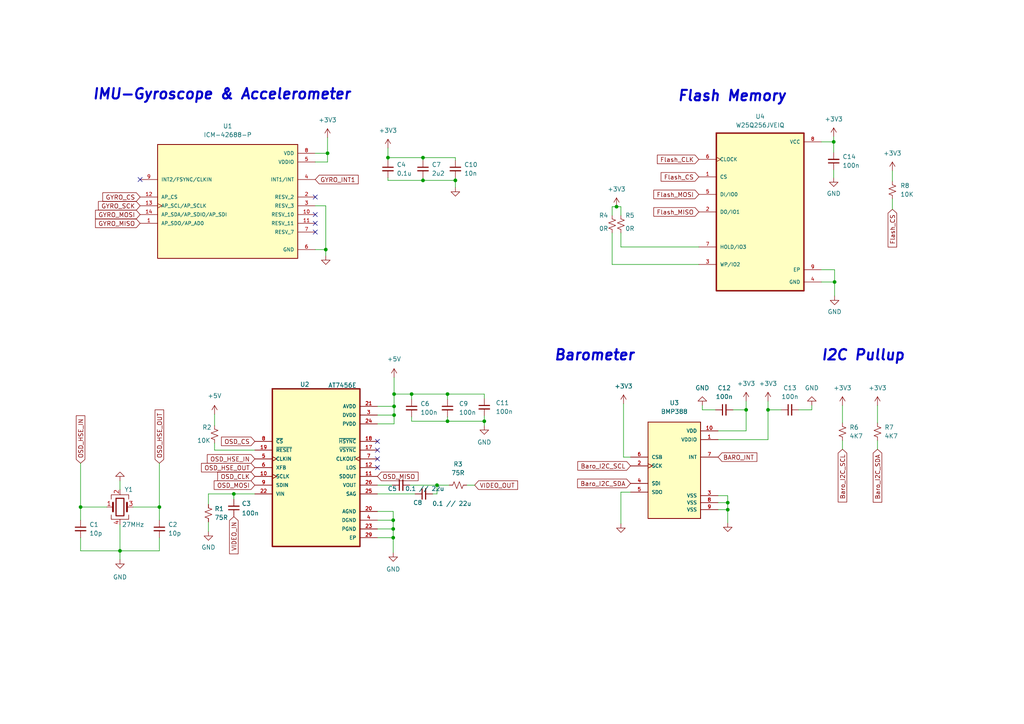
<source format=kicad_sch>
(kicad_sch (version 20211123) (generator eeschema)

  (uuid ec501d33-cdfc-4bc7-bc80-d08a85a4dfdc)

  (paper "A4")

  (lib_symbols
    (symbol "BMP388:BMP388" (pin_names (offset 1.016)) (in_bom yes) (on_board yes)
      (property "Reference" "U?" (id 0) (at 0 20.828 0)
        (effects (font (size 1.27 1.27)))
      )
      (property "Value" "BMP388" (id 1) (at 0 18.288 0)
        (effects (font (size 1.27 1.27)))
      )
      (property "Footprint" "PQFN50P200X200X80-10N" (id 2) (at 0 0 0)
        (effects (font (size 1.27 1.27)) (justify bottom) hide)
      )
      (property "Datasheet" "" (id 3) (at 0 0 0)
        (effects (font (size 1.27 1.27)) hide)
      )
      (property "PARTREV" "1.1" (id 4) (at 0 0 0)
        (effects (font (size 1.27 1.27)) (justify bottom) hide)
      )
      (property "STANDARD" "IPC 7351B" (id 5) (at 0 0 0)
        (effects (font (size 1.27 1.27)) (justify bottom) hide)
      )
      (property "MANUFACTURER" "BOSCH" (id 6) (at 0 0 0)
        (effects (font (size 1.27 1.27)) (justify bottom) hide)
      )
      (symbol "BMP388_0_0"
        (rectangle (start -7.62 -12.7) (end 7.62 15.24)
          (stroke (width 0.254) (type default) (color 0 0 0 0))
          (fill (type background))
        )
        (pin power_in line (at 12.7 10.16 180) (length 5.08)
          (name "VDDIO" (effects (font (size 1.016 1.016))))
          (number "1" (effects (font (size 1.016 1.016))))
        )
        (pin power_in line (at 12.7 12.7 180) (length 5.08)
          (name "VDD" (effects (font (size 1.016 1.016))))
          (number "10" (effects (font (size 1.016 1.016))))
        )
        (pin input clock (at -12.7 2.54 0) (length 5.08)
          (name "SCK" (effects (font (size 1.016 1.016))))
          (number "2" (effects (font (size 1.016 1.016))))
        )
        (pin power_in line (at 12.7 -6.096 180) (length 5.08)
          (name "VSS" (effects (font (size 1.016 1.016))))
          (number "3" (effects (font (size 1.016 1.016))))
        )
        (pin bidirectional line (at -12.7 -2.54 0) (length 5.08)
          (name "SDI" (effects (font (size 1.016 1.016))))
          (number "4" (effects (font (size 1.016 1.016))))
        )
        (pin bidirectional line (at -12.7 -5.08 0) (length 5.08)
          (name "SDO" (effects (font (size 1.016 1.016))))
          (number "5" (effects (font (size 1.016 1.016))))
        )
        (pin input line (at -12.7 5.08 0) (length 5.08)
          (name "CSB" (effects (font (size 1.016 1.016))))
          (number "6" (effects (font (size 1.016 1.016))))
        )
        (pin output line (at 12.7 5.08 180) (length 5.08)
          (name "INT" (effects (font (size 1.016 1.016))))
          (number "7" (effects (font (size 1.016 1.016))))
        )
        (pin power_in line (at 12.7 -8.128 180) (length 5.08)
          (name "VSS" (effects (font (size 1.016 1.016))))
          (number "8" (effects (font (size 1.016 1.016))))
        )
        (pin power_in line (at 12.7 -10.16 180) (length 5.08)
          (name "VSS" (effects (font (size 1.016 1.016))))
          (number "9" (effects (font (size 1.016 1.016))))
        )
      )
    )
    (symbol "Device:C_Small" (pin_numbers hide) (pin_names (offset 0.254) hide) (in_bom yes) (on_board yes)
      (property "Reference" "C" (id 0) (at 0.254 1.778 0)
        (effects (font (size 1.27 1.27)) (justify left))
      )
      (property "Value" "C_Small" (id 1) (at 0.254 -2.032 0)
        (effects (font (size 1.27 1.27)) (justify left))
      )
      (property "Footprint" "" (id 2) (at 0 0 0)
        (effects (font (size 1.27 1.27)) hide)
      )
      (property "Datasheet" "~" (id 3) (at 0 0 0)
        (effects (font (size 1.27 1.27)) hide)
      )
      (property "ki_keywords" "capacitor cap" (id 4) (at 0 0 0)
        (effects (font (size 1.27 1.27)) hide)
      )
      (property "ki_description" "Unpolarized capacitor, small symbol" (id 5) (at 0 0 0)
        (effects (font (size 1.27 1.27)) hide)
      )
      (property "ki_fp_filters" "C_*" (id 6) (at 0 0 0)
        (effects (font (size 1.27 1.27)) hide)
      )
      (symbol "C_Small_0_1"
        (polyline
          (pts
            (xy -1.524 -0.508)
            (xy 1.524 -0.508)
          )
          (stroke (width 0.3302) (type default) (color 0 0 0 0))
          (fill (type none))
        )
        (polyline
          (pts
            (xy -1.524 0.508)
            (xy 1.524 0.508)
          )
          (stroke (width 0.3048) (type default) (color 0 0 0 0))
          (fill (type none))
        )
      )
      (symbol "C_Small_1_1"
        (pin passive line (at 0 2.54 270) (length 2.032)
          (name "~" (effects (font (size 1.27 1.27))))
          (number "1" (effects (font (size 1.27 1.27))))
        )
        (pin passive line (at 0 -2.54 90) (length 2.032)
          (name "~" (effects (font (size 1.27 1.27))))
          (number "2" (effects (font (size 1.27 1.27))))
        )
      )
    )
    (symbol "Device:Crystal_GND24" (pin_names (offset 1.016) hide) (in_bom yes) (on_board yes)
      (property "Reference" "Y" (id 0) (at 3.175 5.08 0)
        (effects (font (size 1.27 1.27)) (justify left))
      )
      (property "Value" "Crystal_GND24" (id 1) (at 3.175 3.175 0)
        (effects (font (size 1.27 1.27)) (justify left))
      )
      (property "Footprint" "" (id 2) (at 0 0 0)
        (effects (font (size 1.27 1.27)) hide)
      )
      (property "Datasheet" "~" (id 3) (at 0 0 0)
        (effects (font (size 1.27 1.27)) hide)
      )
      (property "ki_keywords" "quartz ceramic resonator oscillator" (id 4) (at 0 0 0)
        (effects (font (size 1.27 1.27)) hide)
      )
      (property "ki_description" "Four pin crystal, GND on pins 2 and 4" (id 5) (at 0 0 0)
        (effects (font (size 1.27 1.27)) hide)
      )
      (property "ki_fp_filters" "Crystal*" (id 6) (at 0 0 0)
        (effects (font (size 1.27 1.27)) hide)
      )
      (symbol "Crystal_GND24_0_1"
        (rectangle (start -1.143 2.54) (end 1.143 -2.54)
          (stroke (width 0.3048) (type default) (color 0 0 0 0))
          (fill (type none))
        )
        (polyline
          (pts
            (xy -2.54 0)
            (xy -2.032 0)
          )
          (stroke (width 0) (type default) (color 0 0 0 0))
          (fill (type none))
        )
        (polyline
          (pts
            (xy -2.032 -1.27)
            (xy -2.032 1.27)
          )
          (stroke (width 0.508) (type default) (color 0 0 0 0))
          (fill (type none))
        )
        (polyline
          (pts
            (xy 0 -3.81)
            (xy 0 -3.556)
          )
          (stroke (width 0) (type default) (color 0 0 0 0))
          (fill (type none))
        )
        (polyline
          (pts
            (xy 0 3.556)
            (xy 0 3.81)
          )
          (stroke (width 0) (type default) (color 0 0 0 0))
          (fill (type none))
        )
        (polyline
          (pts
            (xy 2.032 -1.27)
            (xy 2.032 1.27)
          )
          (stroke (width 0.508) (type default) (color 0 0 0 0))
          (fill (type none))
        )
        (polyline
          (pts
            (xy 2.032 0)
            (xy 2.54 0)
          )
          (stroke (width 0) (type default) (color 0 0 0 0))
          (fill (type none))
        )
        (polyline
          (pts
            (xy -2.54 -2.286)
            (xy -2.54 -3.556)
            (xy 2.54 -3.556)
            (xy 2.54 -2.286)
          )
          (stroke (width 0) (type default) (color 0 0 0 0))
          (fill (type none))
        )
        (polyline
          (pts
            (xy -2.54 2.286)
            (xy -2.54 3.556)
            (xy 2.54 3.556)
            (xy 2.54 2.286)
          )
          (stroke (width 0) (type default) (color 0 0 0 0))
          (fill (type none))
        )
      )
      (symbol "Crystal_GND24_1_1"
        (pin passive line (at -3.81 0 0) (length 1.27)
          (name "1" (effects (font (size 1.27 1.27))))
          (number "1" (effects (font (size 1.27 1.27))))
        )
        (pin passive line (at 0 5.08 270) (length 1.27)
          (name "2" (effects (font (size 1.27 1.27))))
          (number "2" (effects (font (size 1.27 1.27))))
        )
        (pin passive line (at 3.81 0 180) (length 1.27)
          (name "3" (effects (font (size 1.27 1.27))))
          (number "3" (effects (font (size 1.27 1.27))))
        )
        (pin passive line (at 0 -5.08 90) (length 1.27)
          (name "4" (effects (font (size 1.27 1.27))))
          (number "4" (effects (font (size 1.27 1.27))))
        )
      )
    )
    (symbol "Device:R_Small_US" (pin_numbers hide) (pin_names (offset 0.254) hide) (in_bom yes) (on_board yes)
      (property "Reference" "R" (id 0) (at 0.762 0.508 0)
        (effects (font (size 1.27 1.27)) (justify left))
      )
      (property "Value" "R_Small_US" (id 1) (at 0.762 -1.016 0)
        (effects (font (size 1.27 1.27)) (justify left))
      )
      (property "Footprint" "" (id 2) (at 0 0 0)
        (effects (font (size 1.27 1.27)) hide)
      )
      (property "Datasheet" "~" (id 3) (at 0 0 0)
        (effects (font (size 1.27 1.27)) hide)
      )
      (property "ki_keywords" "r resistor" (id 4) (at 0 0 0)
        (effects (font (size 1.27 1.27)) hide)
      )
      (property "ki_description" "Resistor, small US symbol" (id 5) (at 0 0 0)
        (effects (font (size 1.27 1.27)) hide)
      )
      (property "ki_fp_filters" "R_*" (id 6) (at 0 0 0)
        (effects (font (size 1.27 1.27)) hide)
      )
      (symbol "R_Small_US_1_1"
        (polyline
          (pts
            (xy 0 0)
            (xy 1.016 -0.381)
            (xy 0 -0.762)
            (xy -1.016 -1.143)
            (xy 0 -1.524)
          )
          (stroke (width 0) (type default) (color 0 0 0 0))
          (fill (type none))
        )
        (polyline
          (pts
            (xy 0 1.524)
            (xy 1.016 1.143)
            (xy 0 0.762)
            (xy -1.016 0.381)
            (xy 0 0)
          )
          (stroke (width 0) (type default) (color 0 0 0 0))
          (fill (type none))
        )
        (pin passive line (at 0 2.54 270) (length 1.016)
          (name "~" (effects (font (size 1.27 1.27))))
          (number "1" (effects (font (size 1.27 1.27))))
        )
        (pin passive line (at 0 -2.54 90) (length 1.016)
          (name "~" (effects (font (size 1.27 1.27))))
          (number "2" (effects (font (size 1.27 1.27))))
        )
      )
    )
    (symbol "ICM-42688-P:ICM-42688-P" (pin_names (offset 1.016)) (in_bom yes) (on_board yes)
      (property "Reference" "U" (id 0) (at -20.32 16.002 0)
        (effects (font (size 1.27 1.27)) (justify left bottom))
      )
      (property "Value" "ICM-42688-P" (id 1) (at -20.32 -20.32 0)
        (effects (font (size 1.27 1.27)) (justify left bottom))
      )
      (property "Footprint" "PQFN50P300X250X97-14N" (id 2) (at 0 0 0)
        (effects (font (size 1.27 1.27)) (justify bottom) hide)
      )
      (property "Datasheet" "" (id 3) (at 0 0 0)
        (effects (font (size 1.27 1.27)) hide)
      )
      (property "PARTREV" "1.2" (id 4) (at 0 0 0)
        (effects (font (size 1.27 1.27)) (justify bottom) hide)
      )
      (property "STANDARD" "IPC-7351B" (id 5) (at 0 0 0)
        (effects (font (size 1.27 1.27)) (justify bottom) hide)
      )
      (property "MAXIMUM_PACKAGE_HEIGHT" "0.97mm" (id 6) (at 0 0 0)
        (effects (font (size 1.27 1.27)) (justify bottom) hide)
      )
      (property "MANUFACTURER" "TDK InvenSense" (id 7) (at 0 0 0)
        (effects (font (size 1.27 1.27)) (justify bottom) hide)
      )
      (symbol "ICM-42688-P_0_0"
        (rectangle (start -20.32 -17.78) (end 20.32 15.24)
          (stroke (width 0.254) (type default) (color 0 0 0 0))
          (fill (type background))
        )
        (pin bidirectional line (at -25.4 -7.62 0) (length 5.08)
          (name "AP_SDO/AP_AD0" (effects (font (size 1.016 1.016))))
          (number "1" (effects (font (size 1.016 1.016))))
        )
        (pin passive line (at 25.4 -5.08 180) (length 5.08)
          (name "RESV_10" (effects (font (size 1.016 1.016))))
          (number "10" (effects (font (size 1.016 1.016))))
        )
        (pin passive line (at 25.4 -7.62 180) (length 5.08)
          (name "RESV_11" (effects (font (size 1.016 1.016))))
          (number "11" (effects (font (size 1.016 1.016))))
        )
        (pin input line (at -25.4 0 0) (length 5.08)
          (name "AP_CS" (effects (font (size 1.016 1.016))))
          (number "12" (effects (font (size 1.016 1.016))))
        )
        (pin input clock (at -25.4 -2.54 0) (length 5.08)
          (name "AP_SCL/AP_SCLK" (effects (font (size 1.016 1.016))))
          (number "13" (effects (font (size 1.016 1.016))))
        )
        (pin bidirectional line (at -25.4 -5.08 0) (length 5.08)
          (name "AP_SDA/AP_SDIO/AP_SDI" (effects (font (size 1.016 1.016))))
          (number "14" (effects (font (size 1.016 1.016))))
        )
        (pin passive line (at 25.4 0 180) (length 5.08)
          (name "RESV_2" (effects (font (size 1.016 1.016))))
          (number "2" (effects (font (size 1.016 1.016))))
        )
        (pin passive line (at 25.4 -2.54 180) (length 5.08)
          (name "RESV_3" (effects (font (size 1.016 1.016))))
          (number "3" (effects (font (size 1.016 1.016))))
        )
        (pin output line (at 25.4 5.08 180) (length 5.08)
          (name "INT1/INT" (effects (font (size 1.016 1.016))))
          (number "4" (effects (font (size 1.016 1.016))))
        )
        (pin power_in line (at 25.4 10.16 180) (length 5.08)
          (name "VDDIO" (effects (font (size 1.016 1.016))))
          (number "5" (effects (font (size 1.016 1.016))))
        )
        (pin power_in line (at 25.4 -15.24 180) (length 5.08)
          (name "GND" (effects (font (size 1.016 1.016))))
          (number "6" (effects (font (size 1.016 1.016))))
        )
        (pin passive line (at 25.4 -10.16 180) (length 5.08)
          (name "RESV_7" (effects (font (size 1.016 1.016))))
          (number "7" (effects (font (size 1.016 1.016))))
        )
        (pin power_in line (at 25.4 12.7 180) (length 5.08)
          (name "VDD" (effects (font (size 1.016 1.016))))
          (number "8" (effects (font (size 1.016 1.016))))
        )
        (pin bidirectional line (at -25.4 5.08 0) (length 5.08)
          (name "INT2/FSYNC/CLKIN" (effects (font (size 1.016 1.016))))
          (number "9" (effects (font (size 1.016 1.016))))
        )
      )
    )
    (symbol "MAX7456EUI_:MAX7456EUI+" (pin_names (offset 1.016)) (in_bom yes) (on_board yes)
      (property "Reference" "U?" (id 0) (at 0.0245 28.702 0)
        (effects (font (size 1.27 1.27)))
      )
      (property "Value" "AT7456E" (id 1) (at 0.0245 26.162 0)
        (effects (font (size 1.27 1.27)))
      )
      (property "Footprint" "SOP65P637X110-28N" (id 2) (at 0 0 0)
        (effects (font (size 1.27 1.27)) (justify bottom) hide)
      )
      (property "Datasheet" "" (id 3) (at 0 0 0)
        (effects (font (size 1.27 1.27)) hide)
      )
      (symbol "MAX7456EUI+_0_0"
        (rectangle (start -12.7 -22.86) (end 12.7 22.86)
          (stroke (width 0.41) (type default) (color 0 0 0 0))
          (fill (type background))
        )
        (pin input clock (at -17.78 -2.54 0) (length 5.08)
          (name "SCLK" (effects (font (size 1.016 1.016))))
          (number "10" (effects (font (size 1.016 1.016))))
        )
        (pin output line (at 17.78 -2.54 180) (length 5.08)
          (name "SDOUT" (effects (font (size 1.016 1.016))))
          (number "11" (effects (font (size 1.016 1.016))))
        )
        (pin output line (at 17.78 0 180) (length 5.08)
          (name "LOS" (effects (font (size 1.016 1.016))))
          (number "12" (effects (font (size 1.016 1.016))))
        )
        (pin output line (at 17.78 5.08 180) (length 5.08)
          (name "~{VSYNC}" (effects (font (size 1.016 1.016))))
          (number "17" (effects (font (size 1.016 1.016))))
        )
        (pin output line (at 17.78 7.62 180) (length 5.08)
          (name "~{HSYNC}" (effects (font (size 1.016 1.016))))
          (number "18" (effects (font (size 1.016 1.016))))
        )
        (pin input line (at -17.78 5.08 0) (length 5.08)
          (name "~{RESET}" (effects (font (size 1.016 1.016))))
          (number "19" (effects (font (size 1.016 1.016))))
        )
        (pin power_in line (at 17.78 -12.7 180) (length 5.08)
          (name "AGND" (effects (font (size 1.016 1.016))))
          (number "20" (effects (font (size 1.016 1.016))))
        )
        (pin power_in line (at 17.78 17.78 180) (length 5.08)
          (name "AVDD" (effects (font (size 1.016 1.016))))
          (number "21" (effects (font (size 1.016 1.016))))
        )
        (pin input line (at -17.78 -7.62 0) (length 5.08)
          (name "VIN" (effects (font (size 1.016 1.016))))
          (number "22" (effects (font (size 1.016 1.016))))
        )
        (pin power_in line (at 17.78 -17.78 180) (length 5.08)
          (name "PGND" (effects (font (size 1.016 1.016))))
          (number "23" (effects (font (size 1.016 1.016))))
        )
        (pin power_in line (at 17.78 12.7 180) (length 5.08)
          (name "PVDD" (effects (font (size 1.016 1.016))))
          (number "24" (effects (font (size 1.016 1.016))))
        )
        (pin input line (at 17.78 -7.62 180) (length 5.08)
          (name "SAG" (effects (font (size 1.016 1.016))))
          (number "25" (effects (font (size 1.016 1.016))))
        )
        (pin output line (at 17.78 -5.08 180) (length 5.08)
          (name "VOUT" (effects (font (size 1.016 1.016))))
          (number "26" (effects (font (size 1.016 1.016))))
        )
        (pin power_in line (at 17.78 -20.32 180) (length 5.08)
          (name "EP" (effects (font (size 1.016 1.016))))
          (number "29" (effects (font (size 1.016 1.016))))
        )
        (pin power_in line (at 17.78 15.24 180) (length 5.08)
          (name "DVDD" (effects (font (size 1.016 1.016))))
          (number "3" (effects (font (size 1.016 1.016))))
        )
        (pin power_in line (at 17.78 -15.24 180) (length 5.08)
          (name "DGND" (effects (font (size 1.016 1.016))))
          (number "4" (effects (font (size 1.016 1.016))))
        )
        (pin input clock (at -17.78 2.54 0) (length 5.08)
          (name "CLKIN" (effects (font (size 1.016 1.016))))
          (number "5" (effects (font (size 1.016 1.016))))
        )
        (pin output line (at -17.78 0 0) (length 5.08)
          (name "XFB" (effects (font (size 1.016 1.016))))
          (number "6" (effects (font (size 1.016 1.016))))
        )
        (pin output clock (at 17.78 2.54 180) (length 5.08)
          (name "CLKOUT" (effects (font (size 1.016 1.016))))
          (number "7" (effects (font (size 1.016 1.016))))
        )
        (pin input line (at -17.78 7.62 0) (length 5.08)
          (name "~{CS}" (effects (font (size 1.016 1.016))))
          (number "8" (effects (font (size 1.016 1.016))))
        )
        (pin input line (at -17.78 -5.08 0) (length 5.08)
          (name "SDIN" (effects (font (size 1.016 1.016))))
          (number "9" (effects (font (size 1.016 1.016))))
        )
      )
    )
    (symbol "W25Q256JVEIQ:W25Q256JVEIQ" (pin_names (offset 1.016)) (in_bom yes) (on_board yes)
      (property "Reference" "U?" (id 0) (at 0 27.686 0)
        (effects (font (size 1.27 1.27)))
      )
      (property "Value" "W25Q256JVEIQ" (id 1) (at 0 25.146 0)
        (effects (font (size 1.27 1.27)))
      )
      (property "Footprint" "W25Q256JVEIQ:SON127P600X800X80-9N" (id 2) (at 0 0 0)
        (effects (font (size 1.27 1.27)) (justify bottom) hide)
      )
      (property "Datasheet" "" (id 3) (at 0 0 0)
        (effects (font (size 1.27 1.27)) hide)
      )
      (property "Manufacturer" "Winbond Electronics" (id 4) (at 0 0 0)
        (effects (font (size 1.27 1.27)) (justify bottom) hide)
      )
      (property "Package" "SON127P600X800X80-9N" (id 5) (at 0 0 0)
        (effects (font (size 1.27 1.27)) (justify bottom) hide)
      )
      (symbol "W25Q256JVEIQ_0_0"
        (rectangle (start -12.7 -22.86) (end 12.7 22.86)
          (stroke (width 0.41) (type default) (color 0 0 0 0))
          (fill (type background))
        )
        (pin bidirectional line (at -17.78 10.16 0) (length 5.08)
          (name "CS" (effects (font (size 1.016 1.016))))
          (number "1" (effects (font (size 1.016 1.016))))
        )
        (pin bidirectional line (at -17.78 0 0) (length 5.08)
          (name "DO/IO1" (effects (font (size 1.016 1.016))))
          (number "2" (effects (font (size 1.016 1.016))))
        )
        (pin bidirectional line (at -17.78 -15.24 0) (length 5.08)
          (name "WP/IO2" (effects (font (size 1.016 1.016))))
          (number "3" (effects (font (size 1.016 1.016))))
        )
        (pin power_in line (at 17.78 -20.32 180) (length 5.08)
          (name "GND" (effects (font (size 1.016 1.016))))
          (number "4" (effects (font (size 1.016 1.016))))
        )
        (pin bidirectional line (at -17.78 5.08 0) (length 5.08)
          (name "DI/IO0" (effects (font (size 1.016 1.016))))
          (number "5" (effects (font (size 1.016 1.016))))
        )
        (pin input clock (at -17.78 15.24 0) (length 5.08)
          (name "CLOCK" (effects (font (size 1.016 1.016))))
          (number "6" (effects (font (size 1.016 1.016))))
        )
        (pin bidirectional line (at -17.78 -10.16 0) (length 5.08)
          (name "HOLD/IO3" (effects (font (size 1.016 1.016))))
          (number "7" (effects (font (size 1.016 1.016))))
        )
        (pin power_in line (at 17.78 20.32 180) (length 5.08)
          (name "VCC" (effects (font (size 1.016 1.016))))
          (number "8" (effects (font (size 1.016 1.016))))
        )
        (pin bidirectional line (at 17.78 -16.764 180) (length 5.08)
          (name "EP" (effects (font (size 1.016 1.016))))
          (number "9" (effects (font (size 1.016 1.016))))
        )
      )
    )
    (symbol "power:+3.3V" (power) (pin_names (offset 0)) (in_bom yes) (on_board yes)
      (property "Reference" "#PWR" (id 0) (at 0 -3.81 0)
        (effects (font (size 1.27 1.27)) hide)
      )
      (property "Value" "+3.3V" (id 1) (at 0 3.556 0)
        (effects (font (size 1.27 1.27)))
      )
      (property "Footprint" "" (id 2) (at 0 0 0)
        (effects (font (size 1.27 1.27)) hide)
      )
      (property "Datasheet" "" (id 3) (at 0 0 0)
        (effects (font (size 1.27 1.27)) hide)
      )
      (property "ki_keywords" "power-flag" (id 4) (at 0 0 0)
        (effects (font (size 1.27 1.27)) hide)
      )
      (property "ki_description" "Power symbol creates a global label with name \"+3.3V\"" (id 5) (at 0 0 0)
        (effects (font (size 1.27 1.27)) hide)
      )
      (symbol "+3.3V_0_1"
        (polyline
          (pts
            (xy -0.762 1.27)
            (xy 0 2.54)
          )
          (stroke (width 0) (type default) (color 0 0 0 0))
          (fill (type none))
        )
        (polyline
          (pts
            (xy 0 0)
            (xy 0 2.54)
          )
          (stroke (width 0) (type default) (color 0 0 0 0))
          (fill (type none))
        )
        (polyline
          (pts
            (xy 0 2.54)
            (xy 0.762 1.27)
          )
          (stroke (width 0) (type default) (color 0 0 0 0))
          (fill (type none))
        )
      )
      (symbol "+3.3V_1_1"
        (pin power_in line (at 0 0 90) (length 0) hide
          (name "+3V3" (effects (font (size 1.27 1.27))))
          (number "1" (effects (font (size 1.27 1.27))))
        )
      )
    )
    (symbol "power:+5V" (power) (pin_names (offset 0)) (in_bom yes) (on_board yes)
      (property "Reference" "#PWR" (id 0) (at 0 -3.81 0)
        (effects (font (size 1.27 1.27)) hide)
      )
      (property "Value" "+5V" (id 1) (at 0 3.556 0)
        (effects (font (size 1.27 1.27)))
      )
      (property "Footprint" "" (id 2) (at 0 0 0)
        (effects (font (size 1.27 1.27)) hide)
      )
      (property "Datasheet" "" (id 3) (at 0 0 0)
        (effects (font (size 1.27 1.27)) hide)
      )
      (property "ki_keywords" "power-flag" (id 4) (at 0 0 0)
        (effects (font (size 1.27 1.27)) hide)
      )
      (property "ki_description" "Power symbol creates a global label with name \"+5V\"" (id 5) (at 0 0 0)
        (effects (font (size 1.27 1.27)) hide)
      )
      (symbol "+5V_0_1"
        (polyline
          (pts
            (xy -0.762 1.27)
            (xy 0 2.54)
          )
          (stroke (width 0) (type default) (color 0 0 0 0))
          (fill (type none))
        )
        (polyline
          (pts
            (xy 0 0)
            (xy 0 2.54)
          )
          (stroke (width 0) (type default) (color 0 0 0 0))
          (fill (type none))
        )
        (polyline
          (pts
            (xy 0 2.54)
            (xy 0.762 1.27)
          )
          (stroke (width 0) (type default) (color 0 0 0 0))
          (fill (type none))
        )
      )
      (symbol "+5V_1_1"
        (pin power_in line (at 0 0 90) (length 0) hide
          (name "+5V" (effects (font (size 1.27 1.27))))
          (number "1" (effects (font (size 1.27 1.27))))
        )
      )
    )
    (symbol "power:GND" (power) (pin_names (offset 0)) (in_bom yes) (on_board yes)
      (property "Reference" "#PWR" (id 0) (at 0 -6.35 0)
        (effects (font (size 1.27 1.27)) hide)
      )
      (property "Value" "GND" (id 1) (at 0 -3.81 0)
        (effects (font (size 1.27 1.27)))
      )
      (property "Footprint" "" (id 2) (at 0 0 0)
        (effects (font (size 1.27 1.27)) hide)
      )
      (property "Datasheet" "" (id 3) (at 0 0 0)
        (effects (font (size 1.27 1.27)) hide)
      )
      (property "ki_keywords" "power-flag" (id 4) (at 0 0 0)
        (effects (font (size 1.27 1.27)) hide)
      )
      (property "ki_description" "Power symbol creates a global label with name \"GND\" , ground" (id 5) (at 0 0 0)
        (effects (font (size 1.27 1.27)) hide)
      )
      (symbol "GND_0_1"
        (polyline
          (pts
            (xy 0 0)
            (xy 0 -1.27)
            (xy 1.27 -1.27)
            (xy 0 -2.54)
            (xy -1.27 -1.27)
            (xy 0 -1.27)
          )
          (stroke (width 0) (type default) (color 0 0 0 0))
          (fill (type none))
        )
      )
      (symbol "GND_1_1"
        (pin power_in line (at 0 0 270) (length 0) hide
          (name "GND" (effects (font (size 1.27 1.27))))
          (number "1" (effects (font (size 1.27 1.27))))
        )
      )
    )
  )

  (junction (at 94.488 72.39) (diameter 0) (color 0 0 0 0)
    (uuid 14d9133f-7dd0-4ebf-9caa-ba5c4d40bf6c)
  )
  (junction (at 211.074 145.796) (diameter 0) (color 0 0 0 0)
    (uuid 22256d37-df03-4669-ba04-744fa05329b2)
  )
  (junction (at 114.3 120.396) (diameter 0) (color 0 0 0 0)
    (uuid 3c707aed-ad86-4c49-903e-b095f11de225)
  )
  (junction (at 216.408 118.872) (diameter 0) (color 0 0 0 0)
    (uuid 5a8b5082-f2c9-41dd-9f95-e650f169414a)
  )
  (junction (at 119.38 114.3) (diameter 0) (color 0 0 0 0)
    (uuid 60030c27-112d-4ee2-bff7-e0cffe0b7268)
  )
  (junction (at 132.08 52.324) (diameter 0) (color 0 0 0 0)
    (uuid 625bf40a-ef8d-450d-8f0b-60eebe40e343)
  )
  (junction (at 112.522 45.72) (diameter 0) (color 0 0 0 0)
    (uuid 629239c1-dd6a-4399-bff4-a9e6b2c347ac)
  )
  (junction (at 114.3 117.856) (diameter 0) (color 0 0 0 0)
    (uuid 754da61d-018a-4a44-a580-abbb6e7acb71)
  )
  (junction (at 94.996 44.45) (diameter 0) (color 0 0 0 0)
    (uuid 7b09d741-bb24-4641-869b-15db7cde186b)
  )
  (junction (at 242.062 81.788) (diameter 0) (color 0 0 0 0)
    (uuid 7d79ba3a-72bd-4f65-89bc-2616c5698c69)
  )
  (junction (at 140.462 122.174) (diameter 0) (color 0 0 0 0)
    (uuid 8da06c4d-615f-41e8-b056-9e9b879d162e)
  )
  (junction (at 129.794 122.174) (diameter 0) (color 0 0 0 0)
    (uuid 8e0d20b2-d356-4ba6-adbc-8d925ae26572)
  )
  (junction (at 67.818 143.256) (diameter 0) (color 0 0 0 0)
    (uuid 8e15be67-4fe2-4e73-a8bc-8b09d99a0de8)
  )
  (junction (at 23.368 147.066) (diameter 0) (color 0 0 0 0)
    (uuid 9265fb86-f779-4304-97a8-43a94c7d2edb)
  )
  (junction (at 46.228 147.066) (diameter 0) (color 0 0 0 0)
    (uuid a27aafc0-87bc-4386-ae22-8fa8a4acb724)
  )
  (junction (at 178.816 59.944) (diameter 0) (color 0 0 0 0)
    (uuid b2d4f949-358c-4768-80be-7014de7eee7b)
  )
  (junction (at 122.682 45.72) (diameter 0) (color 0 0 0 0)
    (uuid baef9d92-3883-4ca1-84c5-478024c3379a)
  )
  (junction (at 122.682 52.324) (diameter 0) (color 0 0 0 0)
    (uuid c77626a8-754e-4d3f-b336-d483380d33d0)
  )
  (junction (at 114.046 153.416) (diameter 0) (color 0 0 0 0)
    (uuid c82344dd-c269-410b-9dab-d20b98429d71)
  )
  (junction (at 114.046 155.956) (diameter 0) (color 0 0 0 0)
    (uuid cb3aec33-8a01-4876-ad0c-160a5c39fbcb)
  )
  (junction (at 222.758 118.872) (diameter 0) (color 0 0 0 0)
    (uuid d0302726-e499-4c4c-9157-902ce424d12d)
  )
  (junction (at 34.798 159.766) (diameter 0) (color 0 0 0 0)
    (uuid d121db91-9a9a-4351-b84f-775aa0f6afbb)
  )
  (junction (at 211.074 147.828) (diameter 0) (color 0 0 0 0)
    (uuid d7570949-1d82-4bdf-b38b-764c778155bf)
  )
  (junction (at 114.3 114.3) (diameter 0) (color 0 0 0 0)
    (uuid de35e753-04f3-4669-887b-087b909a25b1)
  )
  (junction (at 129.794 114.3) (diameter 0) (color 0 0 0 0)
    (uuid dec02cf7-1cd9-4aa5-bd0e-b2bc3f1a00bc)
  )
  (junction (at 126.746 140.716) (diameter 0) (color 0 0 0 0)
    (uuid ecc046c1-9f33-4025-a3f7-405d9d6feab5)
  )
  (junction (at 114.046 150.876) (diameter 0) (color 0 0 0 0)
    (uuid f0573796-4977-4e60-a313-b5b1388f7b11)
  )
  (junction (at 241.808 41.148) (diameter 0) (color 0 0 0 0)
    (uuid f2f1aa14-9e11-45b2-a32b-7541b65ac5df)
  )

  (no_connect (at 91.44 62.23) (uuid 035cf782-6319-48bb-89ea-3f7d96514d27))
  (no_connect (at 91.44 67.31) (uuid 035cf782-6319-48bb-89ea-3f7d96514d28))
  (no_connect (at 91.44 57.15) (uuid 035cf782-6319-48bb-89ea-3f7d96514d29))
  (no_connect (at 91.44 64.77) (uuid 035cf782-6319-48bb-89ea-3f7d96514d2a))
  (no_connect (at 109.474 128.016) (uuid 26c96803-ab8f-4ed5-955a-56503be2108c))
  (no_connect (at 109.474 130.556) (uuid 26c96803-ab8f-4ed5-955a-56503be2108d))
  (no_connect (at 40.64 52.07) (uuid 30c9f8d1-6270-4c18-a2b6-c43a30582ae1))
  (no_connect (at 109.474 133.096) (uuid 6785d6b5-ed4f-46fc-9e10-3648158d0056))
  (no_connect (at 109.474 135.636) (uuid c672bcfc-b58f-45f5-8f10-99b989b192a8))

  (wire (pts (xy 109.474 155.956) (xy 114.046 155.956))
    (stroke (width 0) (type default) (color 0 0 0 0))
    (uuid 0574dce3-7dfa-4056-9ac1-967750181980)
  )
  (wire (pts (xy 112.522 45.72) (xy 122.682 45.72))
    (stroke (width 0) (type default) (color 0 0 0 0))
    (uuid 07bc69dc-4149-415f-94bf-24ec4f65b351)
  )
  (wire (pts (xy 241.808 41.148) (xy 241.808 44.196))
    (stroke (width 0) (type default) (color 0 0 0 0))
    (uuid 0947f824-d650-4c05-99d9-2f6a9817220e)
  )
  (wire (pts (xy 231.648 118.872) (xy 235.458 118.872))
    (stroke (width 0) (type default) (color 0 0 0 0))
    (uuid 0ecfe18c-11f3-483c-a01b-6caea0adc527)
  )
  (wire (pts (xy 258.826 57.658) (xy 258.826 60.706))
    (stroke (width 0) (type default) (color 0 0 0 0))
    (uuid 13ddd9e1-6215-4ece-8f1a-95fb786f62b3)
  )
  (wire (pts (xy 122.682 45.72) (xy 132.08 45.72))
    (stroke (width 0) (type default) (color 0 0 0 0))
    (uuid 14491313-c362-4522-af8c-f043f102cbc2)
  )
  (wire (pts (xy 109.474 150.876) (xy 114.046 150.876))
    (stroke (width 0) (type default) (color 0 0 0 0))
    (uuid 14a9bd07-381a-4bf2-be1b-58a1f3087a59)
  )
  (wire (pts (xy 129.794 114.3) (xy 140.462 114.3))
    (stroke (width 0) (type default) (color 0 0 0 0))
    (uuid 16adfb4f-bf12-4a00-9c0f-67fb0124898d)
  )
  (wire (pts (xy 91.44 59.69) (xy 94.488 59.69))
    (stroke (width 0) (type default) (color 0 0 0 0))
    (uuid 1b50ed60-c46f-45c7-a03c-079cdf5bc6b9)
  )
  (wire (pts (xy 180.848 132.588) (xy 182.88 132.588))
    (stroke (width 0) (type default) (color 0 0 0 0))
    (uuid 219daebf-7b7c-4833-b4f4-444b1ad07096)
  )
  (wire (pts (xy 67.818 143.256) (xy 73.914 143.256))
    (stroke (width 0) (type default) (color 0 0 0 0))
    (uuid 21a00e11-8bf4-4d32-a66b-f25f495cd1bc)
  )
  (wire (pts (xy 216.408 116.332) (xy 216.408 118.872))
    (stroke (width 0) (type default) (color 0 0 0 0))
    (uuid 268f5414-0857-446e-aa2a-7444983f16f0)
  )
  (wire (pts (xy 140.462 115.57) (xy 140.462 114.3))
    (stroke (width 0) (type default) (color 0 0 0 0))
    (uuid 280404e4-49aa-4841-ad65-884ebc4c239a)
  )
  (wire (pts (xy 67.818 144.78) (xy 67.818 143.256))
    (stroke (width 0) (type default) (color 0 0 0 0))
    (uuid 28cae60c-e281-4546-8d62-e9a9fc416448)
  )
  (wire (pts (xy 132.08 52.324) (xy 132.08 51.562))
    (stroke (width 0) (type default) (color 0 0 0 0))
    (uuid 2d43e50b-1458-418b-9ec9-aaa78002d7e0)
  )
  (wire (pts (xy 23.368 159.766) (xy 34.798 159.766))
    (stroke (width 0) (type default) (color 0 0 0 0))
    (uuid 2f21e7a0-bb1c-48cb-aa23-a4dd4a0358a9)
  )
  (wire (pts (xy 180.086 71.628) (xy 202.692 71.628))
    (stroke (width 0) (type default) (color 0 0 0 0))
    (uuid 30dc5f87-b927-46c7-a13c-fbf28710c9c9)
  )
  (wire (pts (xy 112.522 51.562) (xy 112.522 52.324))
    (stroke (width 0) (type default) (color 0 0 0 0))
    (uuid 33b9f2d4-6921-4ced-af33-a5a739fe5ec4)
  )
  (wire (pts (xy 94.996 46.99) (xy 94.996 44.45))
    (stroke (width 0) (type default) (color 0 0 0 0))
    (uuid 34bab252-8ea5-4c47-8b44-62a0a3d1bce2)
  )
  (wire (pts (xy 122.682 51.562) (xy 122.682 52.324))
    (stroke (width 0) (type default) (color 0 0 0 0))
    (uuid 35598e04-7861-4418-8bd4-8686e5129c85)
  )
  (wire (pts (xy 135.382 140.716) (xy 137.668 140.716))
    (stroke (width 0) (type default) (color 0 0 0 0))
    (uuid 371006d9-3531-4688-8f33-678ebb7e9b2a)
  )
  (wire (pts (xy 182.88 142.748) (xy 180.086 142.748))
    (stroke (width 0) (type default) (color 0 0 0 0))
    (uuid 380ebea1-fc77-45ec-bcf3-161b0e153870)
  )
  (wire (pts (xy 34.798 139.446) (xy 34.798 141.986))
    (stroke (width 0) (type default) (color 0 0 0 0))
    (uuid 38769f68-a39b-463f-878d-b4efaee354e0)
  )
  (wire (pts (xy 46.228 159.766) (xy 46.228 155.956))
    (stroke (width 0) (type default) (color 0 0 0 0))
    (uuid 39cffd58-b124-4a4c-b09b-4c82280499d4)
  )
  (wire (pts (xy 177.546 67.564) (xy 177.546 76.708))
    (stroke (width 0) (type default) (color 0 0 0 0))
    (uuid 3c3da3e9-ea20-422d-865b-0ff6fb561727)
  )
  (wire (pts (xy 211.074 147.828) (xy 211.074 151.638))
    (stroke (width 0) (type default) (color 0 0 0 0))
    (uuid 3f738738-a877-46bb-aae1-42db39d33279)
  )
  (wire (pts (xy 180.086 59.944) (xy 178.816 59.944))
    (stroke (width 0) (type default) (color 0 0 0 0))
    (uuid 3fef9432-4b5b-4d48-af51-f103a9e256e6)
  )
  (wire (pts (xy 91.44 72.39) (xy 94.488 72.39))
    (stroke (width 0) (type default) (color 0 0 0 0))
    (uuid 4174bc47-1b20-4b6a-8fcb-82c579613766)
  )
  (wire (pts (xy 114.3 120.396) (xy 114.3 122.936))
    (stroke (width 0) (type default) (color 0 0 0 0))
    (uuid 4206bf23-cfb7-4ab9-a8f8-c0bd55ac4fcd)
  )
  (wire (pts (xy 112.522 52.324) (xy 122.682 52.324))
    (stroke (width 0) (type default) (color 0 0 0 0))
    (uuid 4448d7e9-c20c-4211-890e-e9caf11189fc)
  )
  (wire (pts (xy 211.074 143.764) (xy 211.074 145.796))
    (stroke (width 0) (type default) (color 0 0 0 0))
    (uuid 46eb3cc2-f897-4f21-a284-19679ed505b9)
  )
  (wire (pts (xy 241.808 41.148) (xy 238.252 41.148))
    (stroke (width 0) (type default) (color 0 0 0 0))
    (uuid 47715ec7-f6d7-45c2-9d57-dfdbeaa99b36)
  )
  (wire (pts (xy 242.062 78.232) (xy 242.062 81.788))
    (stroke (width 0) (type default) (color 0 0 0 0))
    (uuid 4a92503e-6305-4081-91f0-283aad078335)
  )
  (wire (pts (xy 242.062 81.788) (xy 242.062 85.852))
    (stroke (width 0) (type default) (color 0 0 0 0))
    (uuid 4f174147-d6f7-48e1-9e3f-a2423b2de302)
  )
  (wire (pts (xy 177.546 62.484) (xy 177.546 59.944))
    (stroke (width 0) (type default) (color 0 0 0 0))
    (uuid 51bbc843-594e-4bb7-aa70-1a0e5534df9b)
  )
  (wire (pts (xy 119.38 120.904) (xy 119.38 122.174))
    (stroke (width 0) (type default) (color 0 0 0 0))
    (uuid 521b7021-59bf-4e65-825a-7be4e132aa9a)
  )
  (wire (pts (xy 94.996 39.878) (xy 94.996 44.45))
    (stroke (width 0) (type default) (color 0 0 0 0))
    (uuid 5568eaa6-86dd-44b6-869a-9d1ef8726874)
  )
  (wire (pts (xy 235.458 118.872) (xy 235.458 117.602))
    (stroke (width 0) (type default) (color 0 0 0 0))
    (uuid 562a3556-bc95-4ca8-8ab1-3f698acda944)
  )
  (wire (pts (xy 34.798 159.766) (xy 46.228 159.766))
    (stroke (width 0) (type default) (color 0 0 0 0))
    (uuid 57912056-601d-4548-9413-fda0642b5d21)
  )
  (wire (pts (xy 23.368 147.066) (xy 30.988 147.066))
    (stroke (width 0) (type default) (color 0 0 0 0))
    (uuid 57939e28-e93b-4103-b252-502948a59337)
  )
  (wire (pts (xy 241.808 49.276) (xy 241.808 51.562))
    (stroke (width 0) (type default) (color 0 0 0 0))
    (uuid 599676c6-4c06-4f8d-84da-7fc78c8beac3)
  )
  (wire (pts (xy 112.522 46.482) (xy 112.522 45.72))
    (stroke (width 0) (type default) (color 0 0 0 0))
    (uuid 5a7e5e4b-0f2c-4c71-9d32-45cf0732b0c3)
  )
  (wire (pts (xy 222.758 127.508) (xy 222.758 118.872))
    (stroke (width 0) (type default) (color 0 0 0 0))
    (uuid 5ad2730e-aee2-45ad-a3d9-faa185077487)
  )
  (wire (pts (xy 208.28 147.828) (xy 211.074 147.828))
    (stroke (width 0) (type default) (color 0 0 0 0))
    (uuid 5cb7a38a-d612-48bc-9ed8-69c8a3bdb203)
  )
  (wire (pts (xy 114.3 122.936) (xy 109.474 122.936))
    (stroke (width 0) (type default) (color 0 0 0 0))
    (uuid 5e579d6f-5528-4e1a-a33d-1ec3f7433e53)
  )
  (wire (pts (xy 125.476 143.256) (xy 126.746 143.256))
    (stroke (width 0) (type default) (color 0 0 0 0))
    (uuid 5e60aa76-cc99-435d-97f7-9f37c25d57b4)
  )
  (wire (pts (xy 126.746 140.716) (xy 130.302 140.716))
    (stroke (width 0) (type default) (color 0 0 0 0))
    (uuid 6016438c-f04d-4f19-a75b-5d96f8b5d7a6)
  )
  (wire (pts (xy 129.794 115.824) (xy 129.794 114.3))
    (stroke (width 0) (type default) (color 0 0 0 0))
    (uuid 63edb5df-7a26-4dd0-a5f7-3cab49d464c3)
  )
  (wire (pts (xy 238.252 81.788) (xy 242.062 81.788))
    (stroke (width 0) (type default) (color 0 0 0 0))
    (uuid 6449c6ff-6fed-4877-a9a4-b50123020738)
  )
  (wire (pts (xy 180.848 117.094) (xy 180.848 132.588))
    (stroke (width 0) (type default) (color 0 0 0 0))
    (uuid 65de3af2-f485-4251-bb04-291f567713e6)
  )
  (wire (pts (xy 94.488 72.39) (xy 94.488 74.168))
    (stroke (width 0) (type default) (color 0 0 0 0))
    (uuid 6669741f-39f7-4eed-b287-2a8d208f506b)
  )
  (wire (pts (xy 114.046 155.956) (xy 114.046 160.274))
    (stroke (width 0) (type default) (color 0 0 0 0))
    (uuid 6b09de81-685d-4ff5-b507-aca0f1f4e401)
  )
  (wire (pts (xy 212.598 118.872) (xy 216.408 118.872))
    (stroke (width 0) (type default) (color 0 0 0 0))
    (uuid 6c893298-94cf-4cfc-8b5c-3e188929c2b3)
  )
  (wire (pts (xy 129.794 120.904) (xy 129.794 122.174))
    (stroke (width 0) (type default) (color 0 0 0 0))
    (uuid 6dce4464-a931-4e0c-90d4-841d16750240)
  )
  (wire (pts (xy 132.08 46.482) (xy 132.08 45.72))
    (stroke (width 0) (type default) (color 0 0 0 0))
    (uuid 703394dc-dbeb-4784-ae74-6d95abe5c075)
  )
  (wire (pts (xy 216.408 124.968) (xy 216.408 118.872))
    (stroke (width 0) (type default) (color 0 0 0 0))
    (uuid 718fd7f9-1b2a-4f9a-859e-5295e7782f15)
  )
  (wire (pts (xy 122.682 52.324) (xy 132.08 52.324))
    (stroke (width 0) (type default) (color 0 0 0 0))
    (uuid 72f0d0be-60fe-47f0-b71f-580df6e3e7c4)
  )
  (wire (pts (xy 114.3 117.856) (xy 114.3 120.396))
    (stroke (width 0) (type default) (color 0 0 0 0))
    (uuid 76db16d7-b586-443d-9c0e-5d69fcf91539)
  )
  (wire (pts (xy 34.798 152.146) (xy 34.798 159.766))
    (stroke (width 0) (type default) (color 0 0 0 0))
    (uuid 7b6a70e3-a476-4d63-a826-1631445033ce)
  )
  (wire (pts (xy 208.28 124.968) (xy 216.408 124.968))
    (stroke (width 0) (type default) (color 0 0 0 0))
    (uuid 7c839763-996e-4ab4-b96f-e8c8c7fafde1)
  )
  (wire (pts (xy 119.38 122.174) (xy 129.794 122.174))
    (stroke (width 0) (type default) (color 0 0 0 0))
    (uuid 7d7242d5-cafd-40ba-a310-e0e9872a65ca)
  )
  (wire (pts (xy 126.746 143.256) (xy 126.746 140.716))
    (stroke (width 0) (type default) (color 0 0 0 0))
    (uuid 7f93c96b-4fd7-437f-8580-6613ecd9a1d7)
  )
  (wire (pts (xy 62.23 120.142) (xy 62.23 123.444))
    (stroke (width 0) (type default) (color 0 0 0 0))
    (uuid 8013fbaf-930f-4371-9347-1b7b6540dda6)
  )
  (wire (pts (xy 132.08 52.324) (xy 132.08 54.356))
    (stroke (width 0) (type default) (color 0 0 0 0))
    (uuid 82806f3c-736e-453f-b684-74fc5091a881)
  )
  (wire (pts (xy 109.474 140.716) (xy 113.792 140.716))
    (stroke (width 0) (type default) (color 0 0 0 0))
    (uuid 86c78b3e-cdb2-4c3e-af51-5b138e6b7b34)
  )
  (wire (pts (xy 180.086 67.564) (xy 180.086 71.628))
    (stroke (width 0) (type default) (color 0 0 0 0))
    (uuid 8706167e-ac17-44b5-9796-a5f467545dda)
  )
  (wire (pts (xy 244.348 127.762) (xy 244.348 130.302))
    (stroke (width 0) (type default) (color 0 0 0 0))
    (uuid 876269d4-fa43-4b9c-911d-a7cba7bd5f76)
  )
  (wire (pts (xy 222.758 118.872) (xy 226.568 118.872))
    (stroke (width 0) (type default) (color 0 0 0 0))
    (uuid 8975659b-c8fa-4d56-bf60-f4d10bd87ce1)
  )
  (wire (pts (xy 114.046 150.876) (xy 114.046 153.416))
    (stroke (width 0) (type default) (color 0 0 0 0))
    (uuid 909a9dab-f058-4404-8cbe-2479028768b7)
  )
  (wire (pts (xy 122.682 45.72) (xy 122.682 46.482))
    (stroke (width 0) (type default) (color 0 0 0 0))
    (uuid 91e7e6ed-6011-4433-ae7c-0361915708f8)
  )
  (wire (pts (xy 114.046 153.416) (xy 114.046 155.956))
    (stroke (width 0) (type default) (color 0 0 0 0))
    (uuid 94ed12bf-ef71-4975-bb23-31655c3463ee)
  )
  (wire (pts (xy 109.474 117.856) (xy 114.3 117.856))
    (stroke (width 0) (type default) (color 0 0 0 0))
    (uuid 96247ba8-2e26-4c29-b754-119a974e4636)
  )
  (wire (pts (xy 119.38 114.3) (xy 119.38 115.824))
    (stroke (width 0) (type default) (color 0 0 0 0))
    (uuid 9a39a852-4c7d-4c54-a7b1-77f38c02a70c)
  )
  (wire (pts (xy 222.758 116.332) (xy 222.758 118.872))
    (stroke (width 0) (type default) (color 0 0 0 0))
    (uuid 9ac2906b-2187-4af9-b15c-3eb437f83cae)
  )
  (wire (pts (xy 118.872 140.716) (xy 126.746 140.716))
    (stroke (width 0) (type default) (color 0 0 0 0))
    (uuid 9b7da623-5deb-4e60-bee0-fd6fbfae21eb)
  )
  (wire (pts (xy 180.086 62.484) (xy 180.086 59.944))
    (stroke (width 0) (type default) (color 0 0 0 0))
    (uuid 9c95b0d4-2b30-4a31-a2b1-9b9b91b1f0a9)
  )
  (wire (pts (xy 258.826 49.53) (xy 258.826 52.578))
    (stroke (width 0) (type default) (color 0 0 0 0))
    (uuid a0d21ce4-d24d-47d5-af5a-08347b0cb5a0)
  )
  (wire (pts (xy 208.28 127.508) (xy 222.758 127.508))
    (stroke (width 0) (type default) (color 0 0 0 0))
    (uuid a12cdb0d-bad7-4cb4-bc38-2631f4d08988)
  )
  (wire (pts (xy 177.546 59.944) (xy 178.816 59.944))
    (stroke (width 0) (type default) (color 0 0 0 0))
    (uuid a20d9c60-1186-4109-acab-5e91a8fa9cb3)
  )
  (wire (pts (xy 34.798 159.766) (xy 34.798 162.306))
    (stroke (width 0) (type default) (color 0 0 0 0))
    (uuid ad24a492-118e-459e-9d77-8aca4ba362be)
  )
  (wire (pts (xy 254.508 117.602) (xy 254.508 122.682))
    (stroke (width 0) (type default) (color 0 0 0 0))
    (uuid b021d02f-8317-4003-b235-ad09428d71d5)
  )
  (wire (pts (xy 114.3 114.3) (xy 114.3 117.856))
    (stroke (width 0) (type default) (color 0 0 0 0))
    (uuid b0f91a7b-2fa8-4aa5-92dc-74e6348a6334)
  )
  (wire (pts (xy 109.474 148.336) (xy 114.046 148.336))
    (stroke (width 0) (type default) (color 0 0 0 0))
    (uuid b260f053-d676-46be-b477-0448c8a765d4)
  )
  (wire (pts (xy 119.38 114.3) (xy 129.794 114.3))
    (stroke (width 0) (type default) (color 0 0 0 0))
    (uuid b2b47ea2-fa4a-49cb-9655-0460409c39af)
  )
  (wire (pts (xy 38.608 147.066) (xy 46.228 147.066))
    (stroke (width 0) (type default) (color 0 0 0 0))
    (uuid b649e01e-4c93-40d3-955e-9704a4bf6b7c)
  )
  (wire (pts (xy 60.452 151.384) (xy 60.452 154.178))
    (stroke (width 0) (type default) (color 0 0 0 0))
    (uuid b7273f96-9f10-4490-a3a7-ff9fb8ee12b3)
  )
  (wire (pts (xy 114.3 109.474) (xy 114.3 114.3))
    (stroke (width 0) (type default) (color 0 0 0 0))
    (uuid b85d5246-be52-462d-8ef7-9557f89c7cb0)
  )
  (wire (pts (xy 254.508 127.762) (xy 254.508 130.302))
    (stroke (width 0) (type default) (color 0 0 0 0))
    (uuid bab28a1b-8d99-423b-854d-ef0db873e781)
  )
  (wire (pts (xy 244.348 117.602) (xy 244.348 122.682))
    (stroke (width 0) (type default) (color 0 0 0 0))
    (uuid bce9ec12-2a1c-43bc-bba2-b02b2cd8f7e4)
  )
  (wire (pts (xy 112.522 42.926) (xy 112.522 45.72))
    (stroke (width 0) (type default) (color 0 0 0 0))
    (uuid c0b233c3-0354-40a8-9da4-8134543aeba9)
  )
  (wire (pts (xy 46.228 147.066) (xy 46.228 150.876))
    (stroke (width 0) (type default) (color 0 0 0 0))
    (uuid c345801c-4c50-489d-abac-ae59ac551a17)
  )
  (wire (pts (xy 238.252 78.232) (xy 242.062 78.232))
    (stroke (width 0) (type default) (color 0 0 0 0))
    (uuid c4d12f34-62d5-4e1f-aedf-8835d445149b)
  )
  (wire (pts (xy 129.794 122.174) (xy 140.462 122.174))
    (stroke (width 0) (type default) (color 0 0 0 0))
    (uuid c88f9f22-0497-4851-b5fb-1248b1ae10b2)
  )
  (wire (pts (xy 208.28 143.764) (xy 211.074 143.764))
    (stroke (width 0) (type default) (color 0 0 0 0))
    (uuid c982cad6-5a5d-4499-a60f-0edc9752f3bf)
  )
  (wire (pts (xy 140.462 122.174) (xy 140.462 120.65))
    (stroke (width 0) (type default) (color 0 0 0 0))
    (uuid d2815ebf-2546-4733-a701-f48ccb5b68d3)
  )
  (wire (pts (xy 109.474 120.396) (xy 114.3 120.396))
    (stroke (width 0) (type default) (color 0 0 0 0))
    (uuid d4144da5-1884-4e0a-8c74-9662c231f697)
  )
  (wire (pts (xy 114.046 148.336) (xy 114.046 150.876))
    (stroke (width 0) (type default) (color 0 0 0 0))
    (uuid d5459796-1bbe-4439-9b16-170423505b10)
  )
  (wire (pts (xy 23.368 147.066) (xy 23.368 150.876))
    (stroke (width 0) (type default) (color 0 0 0 0))
    (uuid d5b70a8a-f4de-4d46-bc80-bfbda434b8b1)
  )
  (wire (pts (xy 241.808 39.624) (xy 241.808 41.148))
    (stroke (width 0) (type default) (color 0 0 0 0))
    (uuid d6534483-9dda-4c38-9652-380b06c19da7)
  )
  (wire (pts (xy 91.44 44.45) (xy 94.996 44.45))
    (stroke (width 0) (type default) (color 0 0 0 0))
    (uuid da24d397-5974-4379-a3ac-fa58c1f1299b)
  )
  (wire (pts (xy 119.38 114.3) (xy 114.3 114.3))
    (stroke (width 0) (type default) (color 0 0 0 0))
    (uuid dbe7aa9e-ceb9-4cdd-8cd7-62cdbe9cf619)
  )
  (wire (pts (xy 23.368 155.956) (xy 23.368 159.766))
    (stroke (width 0) (type default) (color 0 0 0 0))
    (uuid dcb900fb-8cfd-4ac4-882e-e195d4323b69)
  )
  (wire (pts (xy 180.086 142.748) (xy 180.086 151.892))
    (stroke (width 0) (type default) (color 0 0 0 0))
    (uuid e2ff32f8-9815-45a3-b510-99f25b97d4f8)
  )
  (wire (pts (xy 208.28 145.796) (xy 211.074 145.796))
    (stroke (width 0) (type default) (color 0 0 0 0))
    (uuid e5573262-2756-47b8-9bdc-e533b150d959)
  )
  (wire (pts (xy 109.474 153.416) (xy 114.046 153.416))
    (stroke (width 0) (type default) (color 0 0 0 0))
    (uuid e56f88cd-6165-49ca-b14e-5e17e2f7d9e6)
  )
  (wire (pts (xy 94.488 59.69) (xy 94.488 72.39))
    (stroke (width 0) (type default) (color 0 0 0 0))
    (uuid e76b9ee2-793e-4841-a0ff-30041c3468bc)
  )
  (wire (pts (xy 207.518 118.872) (xy 203.708 118.872))
    (stroke (width 0) (type default) (color 0 0 0 0))
    (uuid e7be8c84-5e94-4f62-a55a-3cfe16d7fe42)
  )
  (wire (pts (xy 23.368 134.366) (xy 23.368 147.066))
    (stroke (width 0) (type default) (color 0 0 0 0))
    (uuid e7c4606f-b7fb-4497-a159-684afd2b2507)
  )
  (wire (pts (xy 73.914 130.556) (xy 62.23 130.556))
    (stroke (width 0) (type default) (color 0 0 0 0))
    (uuid e84fd77e-2196-4475-b0f0-20df200bbed7)
  )
  (wire (pts (xy 46.228 134.366) (xy 46.228 147.066))
    (stroke (width 0) (type default) (color 0 0 0 0))
    (uuid e92dfd82-d3ce-4549-9b9d-187adabbe3be)
  )
  (wire (pts (xy 203.708 118.872) (xy 203.708 117.602))
    (stroke (width 0) (type default) (color 0 0 0 0))
    (uuid eb286a63-283e-4e4d-81a7-7f11dd70c4b8)
  )
  (wire (pts (xy 177.546 76.708) (xy 202.692 76.708))
    (stroke (width 0) (type default) (color 0 0 0 0))
    (uuid ed74a7b9-6104-4757-bda2-3d6bf2345b2b)
  )
  (wire (pts (xy 62.23 128.524) (xy 62.23 130.556))
    (stroke (width 0) (type default) (color 0 0 0 0))
    (uuid f02cb7b7-8d16-477a-a961-1ce846dc1d2c)
  )
  (wire (pts (xy 140.462 122.174) (xy 140.462 123.444))
    (stroke (width 0) (type default) (color 0 0 0 0))
    (uuid f3f26348-c4ba-429b-badb-9c130deb617a)
  )
  (wire (pts (xy 60.452 146.304) (xy 60.452 143.256))
    (stroke (width 0) (type default) (color 0 0 0 0))
    (uuid f4f0ac77-bf0a-4b4f-9788-8eb0dc1ae090)
  )
  (wire (pts (xy 91.44 46.99) (xy 94.996 46.99))
    (stroke (width 0) (type default) (color 0 0 0 0))
    (uuid f537a9fa-6755-4975-81fa-8afc7b02f1e5)
  )
  (wire (pts (xy 60.452 143.256) (xy 67.818 143.256))
    (stroke (width 0) (type default) (color 0 0 0 0))
    (uuid f62f57a5-feb1-4dee-84d0-3da3362e112d)
  )
  (wire (pts (xy 109.474 143.256) (xy 120.396 143.256))
    (stroke (width 0) (type default) (color 0 0 0 0))
    (uuid fc285608-391f-401c-826b-b19e0961abc2)
  )
  (wire (pts (xy 211.074 145.796) (xy 211.074 147.828))
    (stroke (width 0) (type default) (color 0 0 0 0))
    (uuid fd513527-58a2-4690-b2a7-c5b0afd05b64)
  )

  (text "I2C Pullup" (at 237.998 104.902 0)
    (effects (font (size 3 3) bold italic) (justify left bottom))
    (uuid 5acc6112-c1d0-414c-8350-58f742f88d61)
  )
  (text "Flash Memory\n" (at 196.342 29.718 0)
    (effects (font (size 3 3) bold italic) (justify left bottom))
    (uuid 6764e6df-4a08-45e7-8070-a94b6cfc2548)
  )
  (text "IMU-Gyroscope & Accelerometer" (at 26.67 29.21 0)
    (effects (font (size 3 3) bold italic) (justify left bottom))
    (uuid 78881a46-8a08-46b6-8e0b-49da7c88601b)
  )
  (text "Barometer" (at 160.528 104.902 0)
    (effects (font (size 3 3) bold italic) (justify left bottom))
    (uuid cd198ddd-b49c-4cd1-8101-2ea9fb2ad63e)
  )

  (global_label "Baro_I2C_SDA" (shape input) (at 182.88 140.208 180) (fields_autoplaced)
    (effects (font (size 1.27 1.27)) (justify right))
    (uuid 046422e4-b24b-448c-90d6-30ea29514390)
    (property "Intersheet References" "${INTERSHEET_REFS}" (id 0) (at 167.525 140.1286 0)
      (effects (font (size 1.27 1.27)) (justify right) hide)
    )
  )
  (global_label "Baro_I2C_SCL" (shape input) (at 244.348 130.302 270) (fields_autoplaced)
    (effects (font (size 1.27 1.27)) (justify right))
    (uuid 0bf8e21a-c511-4e93-96ec-c3403d277082)
    (property "Intersheet References" "${INTERSHEET_REFS}" (id 0) (at 244.2686 145.5965 90)
      (effects (font (size 1.27 1.27)) (justify right) hide)
    )
  )
  (global_label "OSD_HSE_IN" (shape input) (at 73.914 133.096 180) (fields_autoplaced)
    (effects (font (size 1.27 1.27)) (justify right))
    (uuid 0d934fff-4272-42dc-b6f1-204d51c4c78c)
    (property "Intersheet References" "${INTERSHEET_REFS}" (id 0) (at 60.1314 133.1754 0)
      (effects (font (size 1.27 1.27)) (justify right) hide)
    )
  )
  (global_label "Flash_CS" (shape input) (at 258.826 60.706 270) (fields_autoplaced)
    (effects (font (size 1.27 1.27)) (justify right))
    (uuid 14e4d1e6-0a6d-4c94-944c-1b4a238e1971)
    (property "Intersheet References" "${INTERSHEET_REFS}" (id 0) (at 258.7466 71.6462 90)
      (effects (font (size 1.27 1.27)) (justify right) hide)
    )
  )
  (global_label "OSD_HSE_OUT" (shape input) (at 46.228 134.366 90) (fields_autoplaced)
    (effects (font (size 1.27 1.27)) (justify left))
    (uuid 310ffd19-e74c-42e8-a7fb-d3bcb5b40e5e)
    (property "Intersheet References" "${INTERSHEET_REFS}" (id 0) (at 46.1486 118.89 90)
      (effects (font (size 1.27 1.27)) (justify left) hide)
    )
  )
  (global_label "OSD_HSE_OUT" (shape input) (at 73.914 135.636 180) (fields_autoplaced)
    (effects (font (size 1.27 1.27)) (justify right))
    (uuid 3c77808d-20f8-49d3-b7fd-d422841076a3)
    (property "Intersheet References" "${INTERSHEET_REFS}" (id 0) (at 58.438 135.7154 0)
      (effects (font (size 1.27 1.27)) (justify right) hide)
    )
  )
  (global_label "Baro_I2C_SDA" (shape input) (at 254.508 130.302 270) (fields_autoplaced)
    (effects (font (size 1.27 1.27)) (justify right))
    (uuid 43cc5e45-f045-40ba-b284-110e45d5f867)
    (property "Intersheet References" "${INTERSHEET_REFS}" (id 0) (at 254.4286 145.657 90)
      (effects (font (size 1.27 1.27)) (justify right) hide)
    )
  )
  (global_label "Flash_MISO" (shape input) (at 202.692 61.468 180) (fields_autoplaced)
    (effects (font (size 1.27 1.27)) (justify right))
    (uuid 4956ad3f-73e1-402a-b834-0ecf051591b8)
    (property "Intersheet References" "${INTERSHEET_REFS}" (id 0) (at 189.6351 61.3886 0)
      (effects (font (size 1.27 1.27)) (justify right) hide)
    )
  )
  (global_label "Baro_I2C_SCL" (shape input) (at 182.88 135.128 180) (fields_autoplaced)
    (effects (font (size 1.27 1.27)) (justify right))
    (uuid 4b4af1f7-22b9-418d-b98e-1cef6beed20c)
    (property "Intersheet References" "${INTERSHEET_REFS}" (id 0) (at 167.5855 135.0486 0)
      (effects (font (size 1.27 1.27)) (justify right) hide)
    )
  )
  (global_label "BARO_INT" (shape input) (at 208.28 132.588 0) (fields_autoplaced)
    (effects (font (size 1.27 1.27)) (justify left))
    (uuid 51c3eec4-61e5-44ba-83dc-7b3109d43a17)
    (property "Intersheet References" "${INTERSHEET_REFS}" (id 0) (at 219.5226 132.5086 0)
      (effects (font (size 1.27 1.27)) (justify left) hide)
    )
  )
  (global_label "OSD_MOSI" (shape input) (at 73.914 140.716 180) (fields_autoplaced)
    (effects (font (size 1.27 1.27)) (justify right))
    (uuid 52ec8b21-1a9c-4811-9b1f-b8dc11842e88)
    (property "Intersheet References" "${INTERSHEET_REFS}" (id 0) (at 62.1271 140.6366 0)
      (effects (font (size 1.27 1.27)) (justify right) hide)
    )
  )
  (global_label "GYRO_SCK" (shape input) (at 40.64 59.69 180) (fields_autoplaced)
    (effects (font (size 1.27 1.27)) (justify right))
    (uuid 634c297b-f570-42cc-ac10-3b3ce88106b3)
    (property "Intersheet References" "${INTERSHEET_REFS}" (id 0) (at 28.5507 59.6106 0)
      (effects (font (size 1.27 1.27)) (justify right) hide)
    )
  )
  (global_label "OSD_CS" (shape input) (at 73.914 128.016 180) (fields_autoplaced)
    (effects (font (size 1.27 1.27)) (justify right))
    (uuid 6fd6183a-8f96-4d96-9ade-03ba775659f1)
    (property "Intersheet References" "${INTERSHEET_REFS}" (id 0) (at 64.2438 127.9366 0)
      (effects (font (size 1.27 1.27)) (justify right) hide)
    )
  )
  (global_label "Flash_CLK" (shape input) (at 202.692 46.228 180) (fields_autoplaced)
    (effects (font (size 1.27 1.27)) (justify right))
    (uuid 739beeb9-4cbd-4309-89ed-69870a64c33b)
    (property "Intersheet References" "${INTERSHEET_REFS}" (id 0) (at 190.6632 46.1486 0)
      (effects (font (size 1.27 1.27)) (justify right) hide)
    )
  )
  (global_label "OSD_MISO" (shape input) (at 109.474 138.176 0) (fields_autoplaced)
    (effects (font (size 1.27 1.27)) (justify left))
    (uuid 7f419ccf-0c5b-46a0-8eb0-50454feb3a4f)
    (property "Intersheet References" "${INTERSHEET_REFS}" (id 0) (at 121.2609 138.0966 0)
      (effects (font (size 1.27 1.27)) (justify left) hide)
    )
  )
  (global_label "Flash_MOSI" (shape input) (at 202.692 56.388 180) (fields_autoplaced)
    (effects (font (size 1.27 1.27)) (justify right))
    (uuid 9c97a931-6425-49ea-9ed7-3fa844f7675b)
    (property "Intersheet References" "${INTERSHEET_REFS}" (id 0) (at 189.6351 56.3086 0)
      (effects (font (size 1.27 1.27)) (justify right) hide)
    )
  )
  (global_label "GYRO_CS" (shape input) (at 40.64 57.15 180) (fields_autoplaced)
    (effects (font (size 1.27 1.27)) (justify right))
    (uuid 9e821859-68a4-4688-a3c0-74fa7e9f27a8)
    (property "Intersheet References" "${INTERSHEET_REFS}" (id 0) (at 29.8207 57.0706 0)
      (effects (font (size 1.27 1.27)) (justify right) hide)
    )
  )
  (global_label "VIDEO_OUT" (shape input) (at 137.668 140.716 0) (fields_autoplaced)
    (effects (font (size 1.27 1.27)) (justify left))
    (uuid 9f6150ae-358e-48bc-b289-5c64d7ae9d23)
    (property "Intersheet References" "${INTERSHEET_REFS}" (id 0) (at 150.1201 140.6366 0)
      (effects (font (size 1.27 1.27)) (justify left) hide)
    )
  )
  (global_label "VIDEO_IN" (shape input) (at 67.818 149.86 270) (fields_autoplaced)
    (effects (font (size 1.27 1.27)) (justify right))
    (uuid b00e6a84-4499-48ca-b990-2c8cc38c87f4)
    (property "Intersheet References" "${INTERSHEET_REFS}" (id 0) (at 67.7386 160.6188 90)
      (effects (font (size 1.27 1.27)) (justify right) hide)
    )
  )
  (global_label "OSD_HSE_IN" (shape input) (at 23.368 134.366 90) (fields_autoplaced)
    (effects (font (size 1.27 1.27)) (justify left))
    (uuid b1813bca-7f0c-4457-8744-4dbdd0a4aac0)
    (property "Intersheet References" "${INTERSHEET_REFS}" (id 0) (at 23.2886 120.5834 90)
      (effects (font (size 1.27 1.27)) (justify left) hide)
    )
  )
  (global_label "GYRO_MOSI" (shape input) (at 40.64 62.23 180) (fields_autoplaced)
    (effects (font (size 1.27 1.27)) (justify right))
    (uuid b6c3ff71-f992-4e39-8e20-dab314d0320e)
    (property "Intersheet References" "${INTERSHEET_REFS}" (id 0) (at 27.704 62.1506 0)
      (effects (font (size 1.27 1.27)) (justify right) hide)
    )
  )
  (global_label "OSD_CLK" (shape input) (at 73.914 138.176 180) (fields_autoplaced)
    (effects (font (size 1.27 1.27)) (justify right))
    (uuid b9485123-b6ad-4d8d-9f2b-321e964cbe13)
    (property "Intersheet References" "${INTERSHEET_REFS}" (id 0) (at 63.1552 138.0966 0)
      (effects (font (size 1.27 1.27)) (justify right) hide)
    )
  )
  (global_label "GYRO_INT1" (shape input) (at 91.44 52.07 0) (fields_autoplaced)
    (effects (font (size 1.27 1.27)) (justify left))
    (uuid cbe55adc-6888-492a-87bd-576dd34a64ee)
    (property "Intersheet References" "${INTERSHEET_REFS}" (id 0) (at 103.8921 52.1494 0)
      (effects (font (size 1.27 1.27)) (justify left) hide)
    )
  )
  (global_label "Flash_CS" (shape input) (at 202.692 51.308 180) (fields_autoplaced)
    (effects (font (size 1.27 1.27)) (justify right))
    (uuid dfbc63ee-7c25-4179-a2b5-d6745a297e11)
    (property "Intersheet References" "${INTERSHEET_REFS}" (id 0) (at 191.7518 51.2286 0)
      (effects (font (size 1.27 1.27)) (justify right) hide)
    )
  )
  (global_label "GYRO_MISO" (shape input) (at 40.64 64.77 180) (fields_autoplaced)
    (effects (font (size 1.27 1.27)) (justify right))
    (uuid ea331353-519b-4f80-9243-78a6bb548c17)
    (property "Intersheet References" "${INTERSHEET_REFS}" (id 0) (at 27.704 64.6906 0)
      (effects (font (size 1.27 1.27)) (justify right) hide)
    )
  )

  (symbol (lib_id "power:+3.3V") (at 178.816 59.944 0) (unit 1)
    (in_bom yes) (on_board yes) (fields_autoplaced)
    (uuid 011891ea-d0ee-44bc-8b7a-c3c1a374a434)
    (property "Reference" "#PWR012" (id 0) (at 178.816 63.754 0)
      (effects (font (size 1.27 1.27)) hide)
    )
    (property "Value" "+3.3V" (id 1) (at 178.816 54.864 0))
    (property "Footprint" "" (id 2) (at 178.816 59.944 0)
      (effects (font (size 1.27 1.27)) hide)
    )
    (property "Datasheet" "" (id 3) (at 178.816 59.944 0)
      (effects (font (size 1.27 1.27)) hide)
    )
    (pin "1" (uuid 366a8bd1-c503-4a6e-94cd-53fdbfeab070))
  )

  (symbol (lib_id "power:GND") (at 242.062 85.852 0) (unit 1)
    (in_bom yes) (on_board yes) (fields_autoplaced)
    (uuid 02439d54-a349-4050-aa2c-48dfc098cd3f)
    (property "Reference" "#PWR022" (id 0) (at 242.062 92.202 0)
      (effects (font (size 1.27 1.27)) hide)
    )
    (property "Value" "GND" (id 1) (at 242.062 90.424 0))
    (property "Footprint" "" (id 2) (at 242.062 85.852 0)
      (effects (font (size 1.27 1.27)) hide)
    )
    (property "Datasheet" "" (id 3) (at 242.062 85.852 0)
      (effects (font (size 1.27 1.27)) hide)
    )
    (pin "1" (uuid d696eab8-76dd-4139-aa9f-fae3b2d60557))
  )

  (symbol (lib_id "power:GND") (at 114.046 160.274 0) (unit 1)
    (in_bom yes) (on_board yes) (fields_autoplaced)
    (uuid 04362b8c-29e8-40e6-a6fd-bd0cd1e8efbd)
    (property "Reference" "#PWR08" (id 0) (at 114.046 166.624 0)
      (effects (font (size 1.27 1.27)) hide)
    )
    (property "Value" "GND" (id 1) (at 114.046 165.1 0))
    (property "Footprint" "" (id 2) (at 114.046 160.274 0)
      (effects (font (size 1.27 1.27)) hide)
    )
    (property "Datasheet" "" (id 3) (at 114.046 160.274 0)
      (effects (font (size 1.27 1.27)) hide)
    )
    (pin "1" (uuid eefb817a-a923-4ee1-9b17-dfedcad382f0))
  )

  (symbol (lib_id "power:+3.3V") (at 254.508 117.602 0) (unit 1)
    (in_bom yes) (on_board yes) (fields_autoplaced)
    (uuid 0546db4b-ff07-4e59-9cb5-e8d4e79159b1)
    (property "Reference" "#PWR024" (id 0) (at 254.508 121.412 0)
      (effects (font (size 1.27 1.27)) hide)
    )
    (property "Value" "+3.3V" (id 1) (at 254.508 112.522 0))
    (property "Footprint" "" (id 2) (at 254.508 117.602 0)
      (effects (font (size 1.27 1.27)) hide)
    )
    (property "Datasheet" "" (id 3) (at 254.508 117.602 0)
      (effects (font (size 1.27 1.27)) hide)
    )
    (pin "1" (uuid 98f3a10f-78aa-4176-ad2b-a0740625eef4))
  )

  (symbol (lib_id "power:GND") (at 241.808 51.562 0) (unit 1)
    (in_bom yes) (on_board yes) (fields_autoplaced)
    (uuid 06744e9c-b3c4-4675-9ea7-cbe2ceae5576)
    (property "Reference" "#PWR021" (id 0) (at 241.808 57.912 0)
      (effects (font (size 1.27 1.27)) hide)
    )
    (property "Value" "GND" (id 1) (at 241.808 56.134 0))
    (property "Footprint" "" (id 2) (at 241.808 51.562 0)
      (effects (font (size 1.27 1.27)) hide)
    )
    (property "Datasheet" "" (id 3) (at 241.808 51.562 0)
      (effects (font (size 1.27 1.27)) hide)
    )
    (pin "1" (uuid 22accfe3-8156-48a2-b7b2-d74164673439))
  )

  (symbol (lib_id "power:GND") (at 94.488 74.168 0) (unit 1)
    (in_bom yes) (on_board yes) (fields_autoplaced)
    (uuid 078b3a61-65cd-4002-9839-1acbf20f199a)
    (property "Reference" "#PWR05" (id 0) (at 94.488 80.518 0)
      (effects (font (size 1.27 1.27)) hide)
    )
    (property "Value" "GND" (id 1) (at 94.488 79.248 0)
      (effects (font (size 1.27 1.27)) hide)
    )
    (property "Footprint" "" (id 2) (at 94.488 74.168 0)
      (effects (font (size 1.27 1.27)) hide)
    )
    (property "Datasheet" "" (id 3) (at 94.488 74.168 0)
      (effects (font (size 1.27 1.27)) hide)
    )
    (pin "1" (uuid ecb279f9-e185-49a4-bf64-6732547e0076))
  )

  (symbol (lib_id "Device:R_Small_US") (at 258.826 55.118 0) (unit 1)
    (in_bom yes) (on_board yes) (fields_autoplaced)
    (uuid 09b4e9f0-fcf9-45b5-9914-42a6814c6342)
    (property "Reference" "R8" (id 0) (at 261.112 53.8479 0)
      (effects (font (size 1.27 1.27)) (justify left))
    )
    (property "Value" "10K" (id 1) (at 261.112 56.3879 0)
      (effects (font (size 1.27 1.27)) (justify left))
    )
    (property "Footprint" "Resistor_SMD:R_0201_0603Metric" (id 2) (at 258.826 55.118 0)
      (effects (font (size 1.27 1.27)) hide)
    )
    (property "Datasheet" "~" (id 3) (at 258.826 55.118 0)
      (effects (font (size 1.27 1.27)) hide)
    )
    (pin "1" (uuid f7bbc280-ecb9-47c1-a98c-cf1effba7c45))
    (pin "2" (uuid 7c26eb80-1eb5-4d79-a5e5-5148d7bf13ab))
  )

  (symbol (lib_id "Device:C_Small") (at 23.368 153.416 0) (unit 1)
    (in_bom yes) (on_board yes) (fields_autoplaced)
    (uuid 23f243c1-22e1-41a4-a149-56a7a0382a2a)
    (property "Reference" "C1" (id 0) (at 25.908 152.1522 0)
      (effects (font (size 1.27 1.27)) (justify left))
    )
    (property "Value" "10p" (id 1) (at 25.908 154.6922 0)
      (effects (font (size 1.27 1.27)) (justify left))
    )
    (property "Footprint" "Capacitor_SMD:C_0201_0603Metric" (id 2) (at 23.368 153.416 0)
      (effects (font (size 1.27 1.27)) hide)
    )
    (property "Datasheet" "~" (id 3) (at 23.368 153.416 0)
      (effects (font (size 1.27 1.27)) hide)
    )
    (pin "1" (uuid 0ae120bd-0734-4333-9ba3-5582c6baf721))
    (pin "2" (uuid 69f87bc4-2b55-4d2d-8152-80b55e637a43))
  )

  (symbol (lib_id "power:+3.3V") (at 244.348 117.602 0) (unit 1)
    (in_bom yes) (on_board yes) (fields_autoplaced)
    (uuid 28059547-4ef5-49eb-9e12-d00868381642)
    (property "Reference" "#PWR023" (id 0) (at 244.348 121.412 0)
      (effects (font (size 1.27 1.27)) hide)
    )
    (property "Value" "+3.3V" (id 1) (at 244.348 112.522 0))
    (property "Footprint" "" (id 2) (at 244.348 117.602 0)
      (effects (font (size 1.27 1.27)) hide)
    )
    (property "Datasheet" "" (id 3) (at 244.348 117.602 0)
      (effects (font (size 1.27 1.27)) hide)
    )
    (pin "1" (uuid 194f0262-54d6-479c-a61a-e11d1216dd7c))
  )

  (symbol (lib_id "Device:R_Small_US") (at 180.086 65.024 0) (unit 1)
    (in_bom yes) (on_board yes)
    (uuid 2b2ed0ea-faa5-4f74-a6c3-07c189e13419)
    (property "Reference" "R5" (id 0) (at 181.356 62.484 0)
      (effects (font (size 1.27 1.27)) (justify left))
    )
    (property "Value" "0R" (id 1) (at 181.356 66.294 0)
      (effects (font (size 1.27 1.27)) (justify left))
    )
    (property "Footprint" "Resistor_SMD:R_0201_0603Metric" (id 2) (at 180.086 65.024 0)
      (effects (font (size 1.27 1.27)) hide)
    )
    (property "Datasheet" "~" (id 3) (at 180.086 65.024 0)
      (effects (font (size 1.27 1.27)) hide)
    )
    (pin "1" (uuid 35cff089-92c7-401f-b759-13b6e8694512))
    (pin "2" (uuid 66a06f77-c7d1-466a-bfa4-76794441992f))
  )

  (symbol (lib_id "power:GND") (at 34.798 139.446 180) (unit 1)
    (in_bom yes) (on_board yes) (fields_autoplaced)
    (uuid 31da5731-2edd-4917-b050-d8c39fd766e6)
    (property "Reference" "#PWR01" (id 0) (at 34.798 133.096 0)
      (effects (font (size 1.27 1.27)) hide)
    )
    (property "Value" "GND" (id 1) (at 37.338 138.1759 0)
      (effects (font (size 1.27 1.27)) (justify right) hide)
    )
    (property "Footprint" "" (id 2) (at 34.798 139.446 0)
      (effects (font (size 1.27 1.27)) hide)
    )
    (property "Datasheet" "" (id 3) (at 34.798 139.446 0)
      (effects (font (size 1.27 1.27)) hide)
    )
    (pin "1" (uuid a302fb51-b2fc-4896-9f00-e7060742fafd))
  )

  (symbol (lib_id "Device:R_Small_US") (at 244.348 125.222 0) (unit 1)
    (in_bom yes) (on_board yes) (fields_autoplaced)
    (uuid 34e21d58-1f59-41a4-89e6-2afae0539ad2)
    (property "Reference" "R6" (id 0) (at 246.38 123.9519 0)
      (effects (font (size 1.27 1.27)) (justify left))
    )
    (property "Value" "4K7" (id 1) (at 246.38 126.4919 0)
      (effects (font (size 1.27 1.27)) (justify left))
    )
    (property "Footprint" "Resistor_SMD:R_0201_0603Metric" (id 2) (at 244.348 125.222 0)
      (effects (font (size 1.27 1.27)) hide)
    )
    (property "Datasheet" "~" (id 3) (at 244.348 125.222 0)
      (effects (font (size 1.27 1.27)) hide)
    )
    (pin "1" (uuid df54d43a-f5e0-432f-b332-41cc8854119c))
    (pin "2" (uuid e34e95ed-fd11-405e-bfc1-6586c8879339))
  )

  (symbol (lib_id "power:+5V") (at 62.23 120.142 0) (unit 1)
    (in_bom yes) (on_board yes) (fields_autoplaced)
    (uuid 38446402-d5f5-46af-b6a5-415c2412d364)
    (property "Reference" "#PWR04" (id 0) (at 62.23 123.952 0)
      (effects (font (size 1.27 1.27)) hide)
    )
    (property "Value" "+5V" (id 1) (at 62.23 114.808 0))
    (property "Footprint" "" (id 2) (at 62.23 120.142 0)
      (effects (font (size 1.27 1.27)) hide)
    )
    (property "Datasheet" "" (id 3) (at 62.23 120.142 0)
      (effects (font (size 1.27 1.27)) hide)
    )
    (pin "1" (uuid c099a771-3fba-402b-a1b6-732ccbd8f3a7))
  )

  (symbol (lib_id "power:+3.3V") (at 216.408 116.332 0) (unit 1)
    (in_bom yes) (on_board yes) (fields_autoplaced)
    (uuid 3ad8a6d9-8fb9-4271-b1c3-b932a7a027f9)
    (property "Reference" "#PWR017" (id 0) (at 216.408 120.142 0)
      (effects (font (size 1.27 1.27)) hide)
    )
    (property "Value" "+3.3V" (id 1) (at 216.408 111.252 0))
    (property "Footprint" "" (id 2) (at 216.408 116.332 0)
      (effects (font (size 1.27 1.27)) hide)
    )
    (property "Datasheet" "" (id 3) (at 216.408 116.332 0)
      (effects (font (size 1.27 1.27)) hide)
    )
    (pin "1" (uuid af4ae0e4-dbe9-4926-8c40-2156c89544a1))
  )

  (symbol (lib_id "Device:C_Small") (at 241.808 46.736 180) (unit 1)
    (in_bom yes) (on_board yes) (fields_autoplaced)
    (uuid 3adc4303-94af-43e9-9945-082a6b2a149b)
    (property "Reference" "C14" (id 0) (at 244.348 45.4595 0)
      (effects (font (size 1.27 1.27)) (justify right))
    )
    (property "Value" "100n" (id 1) (at 244.348 47.9995 0)
      (effects (font (size 1.27 1.27)) (justify right))
    )
    (property "Footprint" "Capacitor_SMD:C_0402_1005Metric" (id 2) (at 241.808 46.736 0)
      (effects (font (size 1.27 1.27)) hide)
    )
    (property "Datasheet" "~" (id 3) (at 241.808 46.736 0)
      (effects (font (size 1.27 1.27)) hide)
    )
    (pin "1" (uuid b757e047-dbd6-41a3-b228-0fb2c4b88833))
    (pin "2" (uuid 6a3d7414-e572-4298-b960-a3c6598942b4))
  )

  (symbol (lib_id "Device:C_Small") (at 112.522 49.022 0) (unit 1)
    (in_bom yes) (on_board yes) (fields_autoplaced)
    (uuid 41914503-f4bf-49e4-b055-e86d1f8d4917)
    (property "Reference" "C4" (id 0) (at 115.062 47.7582 0)
      (effects (font (size 1.27 1.27)) (justify left))
    )
    (property "Value" "0.1u" (id 1) (at 115.062 50.2982 0)
      (effects (font (size 1.27 1.27)) (justify left))
    )
    (property "Footprint" "Capacitor_SMD:C_0402_1005Metric" (id 2) (at 112.522 49.022 0)
      (effects (font (size 1.27 1.27)) hide)
    )
    (property "Datasheet" "~" (id 3) (at 112.522 49.022 0)
      (effects (font (size 1.27 1.27)) hide)
    )
    (pin "1" (uuid a2cd52ee-4f85-4be0-934a-1864f1f21e94))
    (pin "2" (uuid ea9c80b4-bd77-49a0-87be-b65afb484a7e))
  )

  (symbol (lib_id "power:GND") (at 34.798 162.306 0) (unit 1)
    (in_bom yes) (on_board yes) (fields_autoplaced)
    (uuid 43b8569f-b814-40b4-a83e-a47be8d18a8d)
    (property "Reference" "#PWR02" (id 0) (at 34.798 168.656 0)
      (effects (font (size 1.27 1.27)) hide)
    )
    (property "Value" "GND" (id 1) (at 34.798 167.386 0))
    (property "Footprint" "" (id 2) (at 34.798 162.306 0)
      (effects (font (size 1.27 1.27)) hide)
    )
    (property "Datasheet" "" (id 3) (at 34.798 162.306 0)
      (effects (font (size 1.27 1.27)) hide)
    )
    (pin "1" (uuid 02e68a12-b148-45f3-affb-7641e567a062))
  )

  (symbol (lib_id "Device:C_Small") (at 116.332 140.716 90) (unit 1)
    (in_bom yes) (on_board yes)
    (uuid 4d183b10-d23f-4016-ba8a-1d5ef9a2b03e)
    (property "Reference" "C5" (id 0) (at 113.792 141.732 90))
    (property "Value" "0.1 // 22u" (id 1) (at 123.19 141.732 90))
    (property "Footprint" "Capacitor_SMD:C_0201_0603Metric" (id 2) (at 116.332 140.716 0)
      (effects (font (size 1.27 1.27)) hide)
    )
    (property "Datasheet" "~" (id 3) (at 116.332 140.716 0)
      (effects (font (size 1.27 1.27)) hide)
    )
    (pin "1" (uuid 5548b6f8-24b9-4c80-8bd2-f4224906b26a))
    (pin "2" (uuid 672142ee-463d-4002-9771-30e1e8662efa))
  )

  (symbol (lib_id "Device:R_Small_US") (at 177.546 65.024 0) (unit 1)
    (in_bom yes) (on_board yes)
    (uuid 4e05ea96-2a61-44db-9b2e-3b7ebf003d33)
    (property "Reference" "R4" (id 0) (at 173.736 62.484 0)
      (effects (font (size 1.27 1.27)) (justify left))
    )
    (property "Value" "0R" (id 1) (at 173.736 66.294 0)
      (effects (font (size 1.27 1.27)) (justify left))
    )
    (property "Footprint" "Resistor_SMD:R_0201_0603Metric" (id 2) (at 177.546 65.024 0)
      (effects (font (size 1.27 1.27)) hide)
    )
    (property "Datasheet" "~" (id 3) (at 177.546 65.024 0)
      (effects (font (size 1.27 1.27)) hide)
    )
    (pin "1" (uuid f6db5847-ed45-4b1d-a7fb-19e94f0726e4))
    (pin "2" (uuid 4f67697b-d36f-4110-8783-4b6f4cbdcb65))
  )

  (symbol (lib_id "W25Q256JVEIQ:W25Q256JVEIQ") (at 220.472 61.468 0) (unit 1)
    (in_bom yes) (on_board yes) (fields_autoplaced)
    (uuid 4fe25335-66c5-4e93-9327-447656bf199f)
    (property "Reference" "U4" (id 0) (at 220.472 33.782 0))
    (property "Value" "W25Q256JVEIQ" (id 1) (at 220.472 36.322 0))
    (property "Footprint" "W25Q256JVEIQ:SON127P600X800X80-9N" (id 2) (at 220.472 61.468 0)
      (effects (font (size 1.27 1.27)) (justify bottom) hide)
    )
    (property "Datasheet" "" (id 3) (at 220.472 61.468 0)
      (effects (font (size 1.27 1.27)) hide)
    )
    (property "Manufacturer" "Winbond Electronics" (id 4) (at 220.472 61.468 0)
      (effects (font (size 1.27 1.27)) (justify bottom) hide)
    )
    (property "Package" "SON127P600X800X80-9N" (id 5) (at 220.472 61.468 0)
      (effects (font (size 1.27 1.27)) (justify bottom) hide)
    )
    (pin "1" (uuid 5bf1ad1f-ce79-4eda-b87a-179797d84da0))
    (pin "2" (uuid b73963c8-fad0-4161-8d7b-f84044ed14ff))
    (pin "3" (uuid 8e6dd66b-6973-4e11-beca-ee677fbe7f05))
    (pin "4" (uuid f0ef9e13-8c50-41a6-b942-cb18bb03551b))
    (pin "5" (uuid f701aed5-a6fb-4ee0-a5b9-52c7d3f72994))
    (pin "6" (uuid ad448a1b-7d04-4038-9149-08e9236715ac))
    (pin "7" (uuid fa5bffd3-9149-44c3-a2da-47754d93a4b4))
    (pin "8" (uuid 19e266eb-4a07-42a1-a08d-cbc29719b3fe))
    (pin "9" (uuid 3f9ba09a-d2bf-473c-8384-ce4dd42810e1))
  )

  (symbol (lib_id "Device:C_Small") (at 67.818 147.32 180) (unit 1)
    (in_bom yes) (on_board yes)
    (uuid 512e2fb7-9907-4451-adff-547f8055c116)
    (property "Reference" "C3" (id 0) (at 70.104 146.05 0)
      (effects (font (size 1.27 1.27)) (justify right))
    )
    (property "Value" "100n" (id 1) (at 70.104 148.844 0)
      (effects (font (size 1.27 1.27)) (justify right))
    )
    (property "Footprint" "Capacitor_SMD:C_0201_0603Metric" (id 2) (at 67.818 147.32 0)
      (effects (font (size 1.27 1.27)) hide)
    )
    (property "Datasheet" "~" (id 3) (at 67.818 147.32 0)
      (effects (font (size 1.27 1.27)) hide)
    )
    (pin "1" (uuid 69a5de22-b92c-45b9-9a37-5d962d0c716a))
    (pin "2" (uuid f03d9c28-857d-45de-8671-63c404e80ec6))
  )

  (symbol (lib_id "power:GND") (at 235.458 117.602 180) (unit 1)
    (in_bom yes) (on_board yes) (fields_autoplaced)
    (uuid 5196faab-71d0-4873-b938-edd0166c988c)
    (property "Reference" "#PWR019" (id 0) (at 235.458 111.252 0)
      (effects (font (size 1.27 1.27)) hide)
    )
    (property "Value" "GND" (id 1) (at 235.458 112.522 0))
    (property "Footprint" "" (id 2) (at 235.458 117.602 0)
      (effects (font (size 1.27 1.27)) hide)
    )
    (property "Datasheet" "" (id 3) (at 235.458 117.602 0)
      (effects (font (size 1.27 1.27)) hide)
    )
    (pin "1" (uuid 3e34f347-af83-43c2-866a-9807db64769d))
  )

  (symbol (lib_id "power:+3.3V") (at 241.808 39.624 0) (unit 1)
    (in_bom yes) (on_board yes) (fields_autoplaced)
    (uuid 5b0e90ea-d63f-4e2d-8c10-75e07d9d5d06)
    (property "Reference" "#PWR020" (id 0) (at 241.808 43.434 0)
      (effects (font (size 1.27 1.27)) hide)
    )
    (property "Value" "+3.3V" (id 1) (at 241.808 34.544 0))
    (property "Footprint" "" (id 2) (at 241.808 39.624 0)
      (effects (font (size 1.27 1.27)) hide)
    )
    (property "Datasheet" "" (id 3) (at 241.808 39.624 0)
      (effects (font (size 1.27 1.27)) hide)
    )
    (pin "1" (uuid e9d065a5-0003-480f-89d8-1217baa67e33))
  )

  (symbol (lib_id "power:GND") (at 60.452 154.178 0) (unit 1)
    (in_bom yes) (on_board yes) (fields_autoplaced)
    (uuid 5e3d5246-47f0-4920-82da-5900dde101e3)
    (property "Reference" "#PWR03" (id 0) (at 60.452 160.528 0)
      (effects (font (size 1.27 1.27)) hide)
    )
    (property "Value" "GND" (id 1) (at 60.452 158.75 0))
    (property "Footprint" "" (id 2) (at 60.452 154.178 0)
      (effects (font (size 1.27 1.27)) hide)
    )
    (property "Datasheet" "" (id 3) (at 60.452 154.178 0)
      (effects (font (size 1.27 1.27)) hide)
    )
    (pin "1" (uuid 69058ba9-74ed-484f-bcc8-f5d862ed01db))
  )

  (symbol (lib_id "Device:C_Small") (at 210.058 118.872 90) (unit 1)
    (in_bom yes) (on_board yes) (fields_autoplaced)
    (uuid 61929b3b-1acd-446b-84db-ebe24c073997)
    (property "Reference" "C12" (id 0) (at 210.0643 112.522 90))
    (property "Value" "100n" (id 1) (at 210.0643 115.062 90))
    (property "Footprint" "Capacitor_SMD:C_0201_0603Metric" (id 2) (at 210.058 118.872 0)
      (effects (font (size 1.27 1.27)) hide)
    )
    (property "Datasheet" "~" (id 3) (at 210.058 118.872 0)
      (effects (font (size 1.27 1.27)) hide)
    )
    (pin "1" (uuid af409683-4357-442e-9090-afc0d1a0f37e))
    (pin "2" (uuid 9083a843-ca55-4b0c-a8ee-be779024fd9a))
  )

  (symbol (lib_id "ICM-42688-P:ICM-42688-P") (at 66.04 57.15 0) (unit 1)
    (in_bom yes) (on_board yes) (fields_autoplaced)
    (uuid 620ced92-89a0-4069-81fa-8b1b302143f3)
    (property "Reference" "U1" (id 0) (at 66.04 36.576 0))
    (property "Value" "ICM-42688-P" (id 1) (at 66.04 39.116 0))
    (property "Footprint" "ICM-42688-P:ICP-42688-P" (id 2) (at 66.04 57.15 0)
      (effects (font (size 1.27 1.27)) (justify bottom) hide)
    )
    (property "Datasheet" "" (id 3) (at 66.04 57.15 0)
      (effects (font (size 1.27 1.27)) hide)
    )
    (property "PARTREV" "1.2" (id 4) (at 66.04 57.15 0)
      (effects (font (size 1.27 1.27)) (justify bottom) hide)
    )
    (property "STANDARD" "IPC-7351B" (id 5) (at 66.04 57.15 0)
      (effects (font (size 1.27 1.27)) (justify bottom) hide)
    )
    (property "MAXIMUM_PACKAGE_HEIGHT" "0.97mm" (id 6) (at 66.04 57.15 0)
      (effects (font (size 1.27 1.27)) (justify bottom) hide)
    )
    (property "MANUFACTURER" "TDK InvenSense" (id 7) (at 66.04 57.15 0)
      (effects (font (size 1.27 1.27)) (justify bottom) hide)
    )
    (pin "1" (uuid 9d0dea5e-c40a-4154-bcab-24552600b4ca))
    (pin "10" (uuid 3cad29ac-0789-4c58-8804-b214548a1011))
    (pin "11" (uuid b4528b6b-7af8-4f2c-aaf2-cfd69313b00f))
    (pin "12" (uuid fd511415-c926-4827-b419-d9356c0b9017))
    (pin "13" (uuid b31d24dd-8cbf-4425-9aa6-4bd3c19ef3bd))
    (pin "14" (uuid 6498f892-b675-459e-89f7-5e0d4678af58))
    (pin "2" (uuid e86f3362-2b18-48eb-ab26-310be3cf4dc0))
    (pin "3" (uuid 7ef69967-9f83-477e-ba48-94453801e5c1))
    (pin "4" (uuid 14243a7e-5fd3-45fc-a769-17fa6a6dab9b))
    (pin "5" (uuid 161a0297-a52b-49d1-8ab2-281352eaf1e4))
    (pin "6" (uuid 7a41c527-9c20-4db3-8f21-fd29a45cc7d9))
    (pin "7" (uuid 9e59c027-4aac-4650-9440-0ae51504baab))
    (pin "8" (uuid 4eee2424-287f-4932-adf2-9435d9ab80f2))
    (pin "9" (uuid ce780e89-7d92-47df-9400-89c2fceac143))
  )

  (symbol (lib_id "power:+3.3V") (at 180.848 117.094 0) (unit 1)
    (in_bom yes) (on_board yes) (fields_autoplaced)
    (uuid 643587c9-c70d-46cb-8100-4e64b03f31c8)
    (property "Reference" "#PWR014" (id 0) (at 180.848 120.904 0)
      (effects (font (size 1.27 1.27)) hide)
    )
    (property "Value" "+3.3V" (id 1) (at 180.848 112.014 0))
    (property "Footprint" "" (id 2) (at 180.848 117.094 0)
      (effects (font (size 1.27 1.27)) hide)
    )
    (property "Datasheet" "" (id 3) (at 180.848 117.094 0)
      (effects (font (size 1.27 1.27)) hide)
    )
    (pin "1" (uuid dceac61a-b45c-4ad2-8f9c-9a7f48325074))
  )

  (symbol (lib_id "power:+3.3V") (at 222.758 116.332 0) (unit 1)
    (in_bom yes) (on_board yes) (fields_autoplaced)
    (uuid 664cb51f-a4fb-4275-bf7f-d95b1fbca923)
    (property "Reference" "#PWR018" (id 0) (at 222.758 120.142 0)
      (effects (font (size 1.27 1.27)) hide)
    )
    (property "Value" "+3.3V" (id 1) (at 222.758 111.252 0))
    (property "Footprint" "" (id 2) (at 222.758 116.332 0)
      (effects (font (size 1.27 1.27)) hide)
    )
    (property "Datasheet" "" (id 3) (at 222.758 116.332 0)
      (effects (font (size 1.27 1.27)) hide)
    )
    (pin "1" (uuid 2c0a345d-a941-4651-b284-64f88e5ef037))
  )

  (symbol (lib_id "Device:Crystal_GND24") (at 34.798 147.066 0) (unit 1)
    (in_bom yes) (on_board yes)
    (uuid 6b930ede-f24d-4578-98e2-ee926fd1385e)
    (property "Reference" "Y1" (id 0) (at 37.338 141.986 0))
    (property "Value" "27MHz" (id 1) (at 38.608 152.146 0))
    (property "Footprint" "Crystal:Crystal_SMD_3225-4Pin_3.2x2.5mm" (id 2) (at 34.798 147.066 0)
      (effects (font (size 1.27 1.27)) hide)
    )
    (property "Datasheet" "~" (id 3) (at 34.798 147.066 0)
      (effects (font (size 1.27 1.27)) hide)
    )
    (pin "1" (uuid 89b3da47-e6d7-44f7-a004-939c26742f03))
    (pin "2" (uuid 5ba1890c-1e63-4b0e-b14f-97acd341e13c))
    (pin "3" (uuid 82ebe518-7fe8-4b6a-b3d0-3c23baa44aad))
    (pin "4" (uuid 7b121717-699b-43ce-a676-e455f989fafb))
  )

  (symbol (lib_id "Device:C_Small") (at 229.108 118.872 90) (unit 1)
    (in_bom yes) (on_board yes) (fields_autoplaced)
    (uuid 6d49cb16-342f-440f-9342-61200503d7af)
    (property "Reference" "C13" (id 0) (at 229.1143 112.522 90))
    (property "Value" "100n" (id 1) (at 229.1143 115.062 90))
    (property "Footprint" "Capacitor_SMD:C_0201_0603Metric" (id 2) (at 229.108 118.872 0)
      (effects (font (size 1.27 1.27)) hide)
    )
    (property "Datasheet" "~" (id 3) (at 229.108 118.872 0)
      (effects (font (size 1.27 1.27)) hide)
    )
    (pin "1" (uuid d6cb2e69-997c-4b31-9309-30c4a3d36923))
    (pin "2" (uuid e36e6335-dcb3-493a-bbc6-3a0849e2322f))
  )

  (symbol (lib_id "Device:C_Small") (at 46.228 153.416 0) (unit 1)
    (in_bom yes) (on_board yes)
    (uuid 7005ec3b-defb-4de4-8406-1cd5d6571f61)
    (property "Reference" "C2" (id 0) (at 48.768 152.146 0)
      (effects (font (size 1.27 1.27)) (justify left))
    )
    (property "Value" "10p" (id 1) (at 48.768 154.686 0)
      (effects (font (size 1.27 1.27)) (justify left))
    )
    (property "Footprint" "Capacitor_SMD:C_0201_0603Metric" (id 2) (at 46.228 153.416 0)
      (effects (font (size 1.27 1.27)) hide)
    )
    (property "Datasheet" "~" (id 3) (at 46.228 153.416 0)
      (effects (font (size 1.27 1.27)) hide)
    )
    (pin "1" (uuid a0098440-34ee-4f1d-8f3e-f0d1c85b8231))
    (pin "2" (uuid a16deb72-aede-45cd-992d-6e56f9953819))
  )

  (symbol (lib_id "power:GND") (at 211.074 151.638 0) (unit 1)
    (in_bom yes) (on_board yes) (fields_autoplaced)
    (uuid 70f6db5d-5a92-4958-9bb2-7fba7a1809bc)
    (property "Reference" "#PWR016" (id 0) (at 211.074 157.988 0)
      (effects (font (size 1.27 1.27)) hide)
    )
    (property "Value" "GND" (id 1) (at 211.074 156.21 0)
      (effects (font (size 1.27 1.27)) hide)
    )
    (property "Footprint" "" (id 2) (at 211.074 151.638 0)
      (effects (font (size 1.27 1.27)) hide)
    )
    (property "Datasheet" "" (id 3) (at 211.074 151.638 0)
      (effects (font (size 1.27 1.27)) hide)
    )
    (pin "1" (uuid 6930ea3c-e755-414b-b53b-0e58f34abc03))
  )

  (symbol (lib_id "power:GND") (at 203.708 117.602 180) (unit 1)
    (in_bom yes) (on_board yes) (fields_autoplaced)
    (uuid 76435965-ee9a-4e15-8fc0-9a323df0036f)
    (property "Reference" "#PWR015" (id 0) (at 203.708 111.252 0)
      (effects (font (size 1.27 1.27)) hide)
    )
    (property "Value" "GND" (id 1) (at 203.708 112.522 0))
    (property "Footprint" "" (id 2) (at 203.708 117.602 0)
      (effects (font (size 1.27 1.27)) hide)
    )
    (property "Datasheet" "" (id 3) (at 203.708 117.602 0)
      (effects (font (size 1.27 1.27)) hide)
    )
    (pin "1" (uuid 2c51a41b-96ab-4ffe-9a8b-dbc0dd272b98))
  )

  (symbol (lib_id "Device:R_Small_US") (at 254.508 125.222 0) (unit 1)
    (in_bom yes) (on_board yes) (fields_autoplaced)
    (uuid 99a444ac-4f15-46cc-9129-7aa5538e0375)
    (property "Reference" "R7" (id 0) (at 256.54 123.9519 0)
      (effects (font (size 1.27 1.27)) (justify left))
    )
    (property "Value" "4K7" (id 1) (at 256.54 126.4919 0)
      (effects (font (size 1.27 1.27)) (justify left))
    )
    (property "Footprint" "Resistor_SMD:R_0201_0603Metric" (id 2) (at 254.508 125.222 0)
      (effects (font (size 1.27 1.27)) hide)
    )
    (property "Datasheet" "~" (id 3) (at 254.508 125.222 0)
      (effects (font (size 1.27 1.27)) hide)
    )
    (pin "1" (uuid 5004917c-121e-4253-ba67-40ec8fe06d91))
    (pin "2" (uuid ef17bc6b-a8d6-4933-a781-87b49396d933))
  )

  (symbol (lib_id "power:GND") (at 180.086 151.892 0) (unit 1)
    (in_bom yes) (on_board yes) (fields_autoplaced)
    (uuid 9ca7882b-d740-4b64-bb4e-f0bc9ddc4c12)
    (property "Reference" "#PWR013" (id 0) (at 180.086 158.242 0)
      (effects (font (size 1.27 1.27)) hide)
    )
    (property "Value" "GND" (id 1) (at 180.086 156.972 0)
      (effects (font (size 1.27 1.27)) hide)
    )
    (property "Footprint" "" (id 2) (at 180.086 151.892 0)
      (effects (font (size 1.27 1.27)) hide)
    )
    (property "Datasheet" "" (id 3) (at 180.086 151.892 0)
      (effects (font (size 1.27 1.27)) hide)
    )
    (pin "1" (uuid aaa1539d-0970-43c4-9f69-897ad69beb4a))
  )

  (symbol (lib_id "power:+3.3V") (at 112.522 42.926 0) (unit 1)
    (in_bom yes) (on_board yes) (fields_autoplaced)
    (uuid 9e493dfe-75da-48fa-ad61-eaa217b673f3)
    (property "Reference" "#PWR07" (id 0) (at 112.522 46.736 0)
      (effects (font (size 1.27 1.27)) hide)
    )
    (property "Value" "+3.3V" (id 1) (at 112.522 37.846 0))
    (property "Footprint" "" (id 2) (at 112.522 42.926 0)
      (effects (font (size 1.27 1.27)) hide)
    )
    (property "Datasheet" "" (id 3) (at 112.522 42.926 0)
      (effects (font (size 1.27 1.27)) hide)
    )
    (pin "1" (uuid 904304b2-3ffb-4870-b3fd-8c1b59cdab72))
  )

  (symbol (lib_id "power:GND") (at 132.08 54.356 0) (unit 1)
    (in_bom yes) (on_board yes) (fields_autoplaced)
    (uuid a9047d2b-6209-45c2-8fe6-b2987725d674)
    (property "Reference" "#PWR010" (id 0) (at 132.08 60.706 0)
      (effects (font (size 1.27 1.27)) hide)
    )
    (property "Value" "GND" (id 1) (at 132.08 59.436 0)
      (effects (font (size 1.27 1.27)) hide)
    )
    (property "Footprint" "" (id 2) (at 132.08 54.356 0)
      (effects (font (size 1.27 1.27)) hide)
    )
    (property "Datasheet" "" (id 3) (at 132.08 54.356 0)
      (effects (font (size 1.27 1.27)) hide)
    )
    (pin "1" (uuid b24e7dfc-a068-412a-a536-046614ba0536))
  )

  (symbol (lib_id "Device:C_Small") (at 122.936 143.256 90) (unit 1)
    (in_bom yes) (on_board yes)
    (uuid ad7ada99-d472-4f9b-b32f-2ad90e01c4d4)
    (property "Reference" "C8" (id 0) (at 121.158 145.796 90))
    (property "Value" "0.1 // 22u" (id 1) (at 131.064 146.05 90))
    (property "Footprint" "Capacitor_SMD:C_0201_0603Metric" (id 2) (at 122.936 143.256 0)
      (effects (font (size 1.27 1.27)) hide)
    )
    (property "Datasheet" "~" (id 3) (at 122.936 143.256 0)
      (effects (font (size 1.27 1.27)) hide)
    )
    (pin "1" (uuid 89eca3c4-3a61-4c99-8303-669e15459752))
    (pin "2" (uuid fa53935a-fc95-44b1-bb9f-4d59ad337351))
  )

  (symbol (lib_id "power:+3.3V") (at 258.826 49.53 0) (unit 1)
    (in_bom yes) (on_board yes) (fields_autoplaced)
    (uuid b077e997-01d3-4590-a2de-e7c36e2da8db)
    (property "Reference" "#PWR025" (id 0) (at 258.826 53.34 0)
      (effects (font (size 1.27 1.27)) hide)
    )
    (property "Value" "+3.3V" (id 1) (at 258.826 44.45 0))
    (property "Footprint" "" (id 2) (at 258.826 49.53 0)
      (effects (font (size 1.27 1.27)) hide)
    )
    (property "Datasheet" "" (id 3) (at 258.826 49.53 0)
      (effects (font (size 1.27 1.27)) hide)
    )
    (pin "1" (uuid 6a60df89-8f15-4d00-acb2-ac0bc83d18fd))
  )

  (symbol (lib_id "Device:C_Small") (at 140.462 118.11 0) (unit 1)
    (in_bom yes) (on_board yes) (fields_autoplaced)
    (uuid d6d9a79a-7b0c-47b4-8789-d67876ce17e8)
    (property "Reference" "C11" (id 0) (at 143.764 116.8462 0)
      (effects (font (size 1.27 1.27)) (justify left))
    )
    (property "Value" "100n" (id 1) (at 143.764 119.3862 0)
      (effects (font (size 1.27 1.27)) (justify left))
    )
    (property "Footprint" "Capacitor_SMD:C_0201_0603Metric" (id 2) (at 140.462 118.11 0)
      (effects (font (size 1.27 1.27)) hide)
    )
    (property "Datasheet" "~" (id 3) (at 140.462 118.11 0)
      (effects (font (size 1.27 1.27)) hide)
    )
    (pin "1" (uuid 9eabf9fa-ace1-48af-801e-c9d7c159e83a))
    (pin "2" (uuid b60f8442-00eb-499a-a9a3-9c3c39836370))
  )

  (symbol (lib_id "Device:C_Small") (at 122.682 49.022 0) (unit 1)
    (in_bom yes) (on_board yes) (fields_autoplaced)
    (uuid d99e252d-ca35-4ce5-9032-c60456f32b23)
    (property "Reference" "C7" (id 0) (at 125.222 47.7582 0)
      (effects (font (size 1.27 1.27)) (justify left))
    )
    (property "Value" "2u2" (id 1) (at 125.222 50.2982 0)
      (effects (font (size 1.27 1.27)) (justify left))
    )
    (property "Footprint" "Capacitor_SMD:C_0603_1608Metric" (id 2) (at 122.682 49.022 0)
      (effects (font (size 1.27 1.27)) hide)
    )
    (property "Datasheet" "~" (id 3) (at 122.682 49.022 0)
      (effects (font (size 1.27 1.27)) hide)
    )
    (pin "1" (uuid 7b76bae9-6882-4d7d-a471-0200dd291cb5))
    (pin "2" (uuid 2e316573-892a-4c67-9e5b-e66a28c1ca00))
  )

  (symbol (lib_id "MAX7456EUI_:MAX7456EUI+") (at 91.694 135.636 0) (unit 1)
    (in_bom yes) (on_board yes)
    (uuid db7609db-5101-48d4-a5c7-8a80161ae405)
    (property "Reference" "U2" (id 0) (at 88.392 111.506 0))
    (property "Value" "AT7456E" (id 1) (at 99.314 111.76 0))
    (property "Footprint" "MAX7456EUI_:SOP65P637X110-28N" (id 2) (at 91.694 135.636 0)
      (effects (font (size 1.27 1.27)) (justify bottom) hide)
    )
    (property "Datasheet" "" (id 3) (at 91.694 135.636 0)
      (effects (font (size 1.27 1.27)) hide)
    )
    (pin "10" (uuid d50824b8-d92a-4960-a016-46fe141cd97b))
    (pin "11" (uuid 3b739856-aa7c-48ac-82e2-0be809858b7e))
    (pin "12" (uuid 3ddfd911-6945-45b4-aecf-85a0a869c1d0))
    (pin "17" (uuid 085caa9a-9a9c-4c23-964c-c4290424ef73))
    (pin "18" (uuid 906e41ef-4de7-4199-9f40-2b8442c2d050))
    (pin "19" (uuid bdde4940-a910-4bb4-96b9-316b616f564f))
    (pin "20" (uuid 452fe70f-b5c1-4501-91e5-51806a2a4a8f))
    (pin "21" (uuid 0b32cc64-f83a-4825-a2d2-0e11c4c47353))
    (pin "22" (uuid ce9df475-b800-4d1c-adc8-214869c98919))
    (pin "23" (uuid 2e8c5da5-c7b7-4201-b90f-897d4b4b8b71))
    (pin "24" (uuid ee455289-d130-4cf4-9635-a169cada2f5a))
    (pin "25" (uuid 064363b8-8058-45a8-8f66-f5330f451939))
    (pin "26" (uuid 4c8eacb8-1bfa-4d50-bb65-c94ac0147c7a))
    (pin "29" (uuid 1fe43737-6852-4bd7-bea8-de22dad41c97))
    (pin "3" (uuid 574ef66d-60c3-46a8-80df-47a6174effce))
    (pin "4" (uuid 06233291-bb89-4cca-84b7-2369c0fb9aef))
    (pin "5" (uuid d39ba07a-4b3a-4046-a518-b24a8c71b858))
    (pin "6" (uuid 1cb80ffe-8340-4e39-a1a6-5f2565f2a60a))
    (pin "7" (uuid 8770a895-9aed-427a-86ef-c9fa5bcd4b77))
    (pin "8" (uuid 776883ef-768a-43b7-99f6-1de868502195))
    (pin "9" (uuid a6b016ab-22ed-4c7d-9906-2f6af73066e4))
  )

  (symbol (lib_id "Device:R_Small_US") (at 62.23 125.984 180) (unit 1)
    (in_bom yes) (on_board yes)
    (uuid dd7f0f89-5f44-4f89-814c-a9be54ae1f55)
    (property "Reference" "R2" (id 0) (at 58.674 123.952 0)
      (effects (font (size 1.27 1.27)) (justify right))
    )
    (property "Value" "10K" (id 1) (at 57.15 127.762 0)
      (effects (font (size 1.27 1.27)) (justify right))
    )
    (property "Footprint" "Resistor_SMD:R_0201_0603Metric" (id 2) (at 62.23 125.984 0)
      (effects (font (size 1.27 1.27)) hide)
    )
    (property "Datasheet" "~" (id 3) (at 62.23 125.984 0)
      (effects (font (size 1.27 1.27)) hide)
    )
    (pin "1" (uuid 26a2092e-d2ae-46f4-9579-fc9a04f4e047))
    (pin "2" (uuid d2f1e502-dd1a-4250-a44c-7c8abdb1f88c))
  )

  (symbol (lib_id "Device:R_Small_US") (at 60.452 148.844 0) (unit 1)
    (in_bom yes) (on_board yes) (fields_autoplaced)
    (uuid ddf7bafa-7ff2-42e8-82a5-2da3773ba707)
    (property "Reference" "R1" (id 0) (at 62.23 147.5739 0)
      (effects (font (size 1.27 1.27)) (justify left))
    )
    (property "Value" "75R" (id 1) (at 62.23 150.1139 0)
      (effects (font (size 1.27 1.27)) (justify left))
    )
    (property "Footprint" "Resistor_SMD:R_0201_0603Metric" (id 2) (at 60.452 148.844 0)
      (effects (font (size 1.27 1.27)) hide)
    )
    (property "Datasheet" "~" (id 3) (at 60.452 148.844 0)
      (effects (font (size 1.27 1.27)) hide)
    )
    (pin "1" (uuid 11a9ae41-6493-4859-9a43-f105be542532))
    (pin "2" (uuid 220d5f50-657f-4067-85d1-642720b58e31))
  )

  (symbol (lib_id "BMP388:BMP388") (at 195.58 137.668 0) (unit 1)
    (in_bom yes) (on_board yes) (fields_autoplaced)
    (uuid e07a538f-be28-4f43-92ac-c8b4af234c77)
    (property "Reference" "U3" (id 0) (at 195.58 116.84 0))
    (property "Value" "BMP388" (id 1) (at 195.58 119.38 0))
    (property "Footprint" "BMP388:BMP388" (id 2) (at 195.58 137.668 0)
      (effects (font (size 1.27 1.27)) (justify bottom) hide)
    )
    (property "Datasheet" "" (id 3) (at 195.58 137.668 0)
      (effects (font (size 1.27 1.27)) hide)
    )
    (property "PARTREV" "1.1" (id 4) (at 195.58 137.668 0)
      (effects (font (size 1.27 1.27)) (justify bottom) hide)
    )
    (property "STANDARD" "IPC 7351B" (id 5) (at 195.58 137.668 0)
      (effects (font (size 1.27 1.27)) (justify bottom) hide)
    )
    (property "MANUFACTURER" "BOSCH" (id 6) (at 195.58 137.668 0)
      (effects (font (size 1.27 1.27)) (justify bottom) hide)
    )
    (pin "1" (uuid eb596503-d2d9-49fa-8bcd-0fe5aca93d84))
    (pin "10" (uuid 53e1879a-9a90-4ccc-b2de-762db8e0ca93))
    (pin "2" (uuid c8756e66-bceb-44f2-870a-8d631ab48e8b))
    (pin "3" (uuid bfe97a09-98b6-4c0c-81dc-7ac9e507d478))
    (pin "4" (uuid a05023af-2c2c-475b-9a8b-c6e65d305f5e))
    (pin "5" (uuid fc651da3-0b10-4639-b15d-5f1a5e1ae374))
    (pin "6" (uuid 5f74bc8f-f5e2-49aa-814f-e291d7cb2539))
    (pin "7" (uuid e8042df1-e559-46fb-aee4-1edd025dd518))
    (pin "8" (uuid e5ffff59-21dc-4347-83e1-d6e04ce7e46d))
    (pin "9" (uuid 0b3cf300-1007-49a5-87d4-f23f5b04b070))
  )

  (symbol (lib_id "Device:R_Small_US") (at 132.842 140.716 90) (unit 1)
    (in_bom yes) (on_board yes) (fields_autoplaced)
    (uuid e0972332-0997-4caa-b193-25721302022b)
    (property "Reference" "R3" (id 0) (at 132.842 134.62 90))
    (property "Value" "75R" (id 1) (at 132.842 137.16 90))
    (property "Footprint" "Resistor_SMD:R_0201_0603Metric" (id 2) (at 132.842 140.716 0)
      (effects (font (size 1.27 1.27)) hide)
    )
    (property "Datasheet" "~" (id 3) (at 132.842 140.716 0)
      (effects (font (size 1.27 1.27)) hide)
    )
    (pin "1" (uuid ead9e977-3214-4619-bd0d-886f4482cc84))
    (pin "2" (uuid 115dd48c-a3bf-4833-888e-cc376018dac7))
  )

  (symbol (lib_id "Device:C_Small") (at 119.38 118.364 0) (unit 1)
    (in_bom yes) (on_board yes) (fields_autoplaced)
    (uuid e6ac44f1-b246-4727-bec9-120ae35fc5fa)
    (property "Reference" "C6" (id 0) (at 121.92 117.1002 0)
      (effects (font (size 1.27 1.27)) (justify left))
    )
    (property "Value" "100n" (id 1) (at 121.92 119.6402 0)
      (effects (font (size 1.27 1.27)) (justify left))
    )
    (property "Footprint" "Capacitor_SMD:C_0201_0603Metric" (id 2) (at 119.38 118.364 0)
      (effects (font (size 1.27 1.27)) hide)
    )
    (property "Datasheet" "~" (id 3) (at 119.38 118.364 0)
      (effects (font (size 1.27 1.27)) hide)
    )
    (pin "1" (uuid 7262c4b7-a0ad-46d4-b0e8-eea6f8e496f5))
    (pin "2" (uuid a0794c8e-3a2c-46ae-86f0-ca8ff507a3a5))
  )

  (symbol (lib_id "Device:C_Small") (at 129.794 118.364 0) (unit 1)
    (in_bom yes) (on_board yes) (fields_autoplaced)
    (uuid e7d358a6-f8fc-490a-9a56-b2394605d064)
    (property "Reference" "C9" (id 0) (at 133.096 117.1002 0)
      (effects (font (size 1.27 1.27)) (justify left))
    )
    (property "Value" "100n" (id 1) (at 133.096 119.6402 0)
      (effects (font (size 1.27 1.27)) (justify left))
    )
    (property "Footprint" "Capacitor_SMD:C_0201_0603Metric" (id 2) (at 129.794 118.364 0)
      (effects (font (size 1.27 1.27)) hide)
    )
    (property "Datasheet" "~" (id 3) (at 129.794 118.364 0)
      (effects (font (size 1.27 1.27)) hide)
    )
    (pin "1" (uuid 61ef712b-57f5-418c-a856-b42160540d26))
    (pin "2" (uuid 992f1387-8043-44d1-932d-e0fba4ffedb2))
  )

  (symbol (lib_id "power:+5V") (at 114.3 109.474 0) (unit 1)
    (in_bom yes) (on_board yes) (fields_autoplaced)
    (uuid ed80ac4b-8e8b-4a22-81a1-30ee78b9abc8)
    (property "Reference" "#PWR09" (id 0) (at 114.3 113.284 0)
      (effects (font (size 1.27 1.27)) hide)
    )
    (property "Value" "+5V" (id 1) (at 114.3 104.14 0))
    (property "Footprint" "" (id 2) (at 114.3 109.474 0)
      (effects (font (size 1.27 1.27)) hide)
    )
    (property "Datasheet" "" (id 3) (at 114.3 109.474 0)
      (effects (font (size 1.27 1.27)) hide)
    )
    (pin "1" (uuid 0cc096b3-2f0e-43b2-a1c3-ef58ef385043))
  )

  (symbol (lib_id "power:+3.3V") (at 94.996 39.878 0) (unit 1)
    (in_bom yes) (on_board yes) (fields_autoplaced)
    (uuid f3518f35-8a50-4d94-99bc-1ce20ad90850)
    (property "Reference" "#PWR06" (id 0) (at 94.996 43.688 0)
      (effects (font (size 1.27 1.27)) hide)
    )
    (property "Value" "+3.3V" (id 1) (at 94.996 34.798 0))
    (property "Footprint" "" (id 2) (at 94.996 39.878 0)
      (effects (font (size 1.27 1.27)) hide)
    )
    (property "Datasheet" "" (id 3) (at 94.996 39.878 0)
      (effects (font (size 1.27 1.27)) hide)
    )
    (pin "1" (uuid 2217ae4d-6301-45ee-8348-3179b661fe2e))
  )

  (symbol (lib_id "power:GND") (at 140.462 123.444 0) (unit 1)
    (in_bom yes) (on_board yes) (fields_autoplaced)
    (uuid f5b397bd-7547-4860-a96c-2e9f0883b05d)
    (property "Reference" "#PWR011" (id 0) (at 140.462 129.794 0)
      (effects (font (size 1.27 1.27)) hide)
    )
    (property "Value" "GND" (id 1) (at 140.462 128.27 0))
    (property "Footprint" "" (id 2) (at 140.462 123.444 0)
      (effects (font (size 1.27 1.27)) hide)
    )
    (property "Datasheet" "" (id 3) (at 140.462 123.444 0)
      (effects (font (size 1.27 1.27)) hide)
    )
    (pin "1" (uuid d57b66be-3a6c-4e90-93ce-abe445df3d87))
  )

  (symbol (lib_id "Device:C_Small") (at 132.08 49.022 0) (unit 1)
    (in_bom yes) (on_board yes) (fields_autoplaced)
    (uuid f70f69eb-c56e-4606-8144-d3c4fff8c54e)
    (property "Reference" "C10" (id 0) (at 134.62 47.7582 0)
      (effects (font (size 1.27 1.27)) (justify left))
    )
    (property "Value" "10n" (id 1) (at 134.62 50.2982 0)
      (effects (font (size 1.27 1.27)) (justify left))
    )
    (property "Footprint" "Capacitor_SMD:C_0201_0603Metric" (id 2) (at 132.08 49.022 0)
      (effects (font (size 1.27 1.27)) hide)
    )
    (property "Datasheet" "~" (id 3) (at 132.08 49.022 0)
      (effects (font (size 1.27 1.27)) hide)
    )
    (pin "1" (uuid 9ea27d73-fcff-48ad-bb96-f4efda2a7c52))
    (pin "2" (uuid 1ab9a54a-0d2e-4815-ab5a-0137ad93f6e6))
  )
)

</source>
